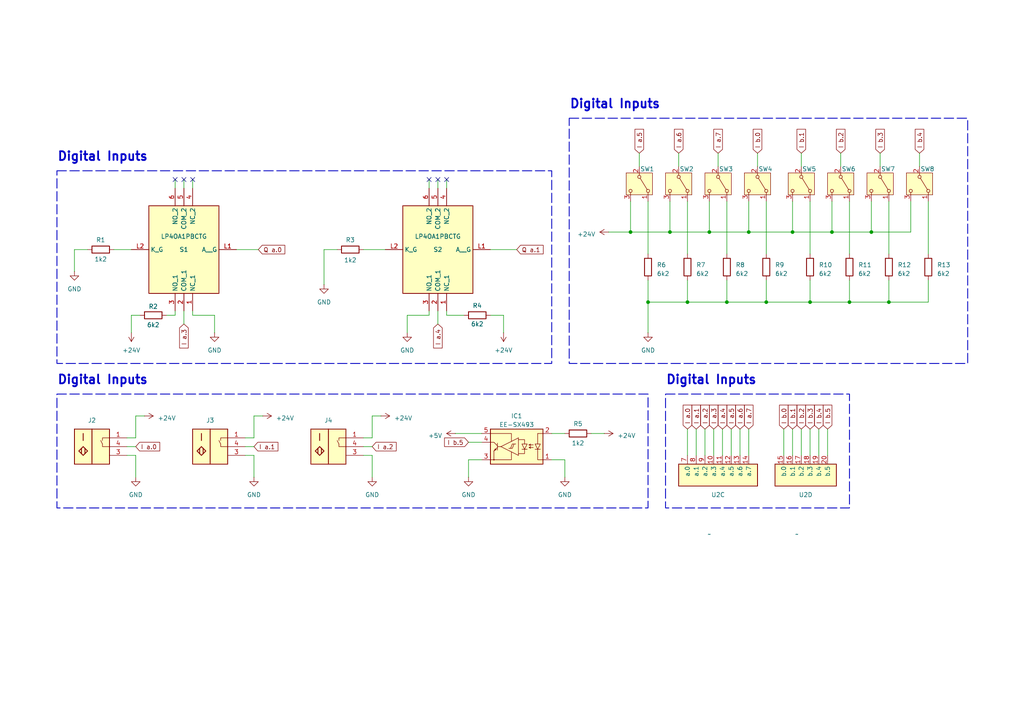
<source format=kicad_sch>
(kicad_sch
	(version 20231120)
	(generator "eeschema")
	(generator_version "8.0")
	(uuid "d37f93c2-2728-448f-8f70-de1d87ab4b93")
	(paper "A4")
	(title_block
		(title "PLC Shield")
		(date "2023-12-25")
		(rev "1")
	)
	(lib_symbols
		(symbol "Device:R"
			(pin_numbers hide)
			(pin_names
				(offset 0)
			)
			(exclude_from_sim no)
			(in_bom yes)
			(on_board yes)
			(property "Reference" "R"
				(at 2.032 0 90)
				(effects
					(font
						(size 1.27 1.27)
					)
				)
			)
			(property "Value" "R"
				(at 0 0 90)
				(effects
					(font
						(size 1.27 1.27)
					)
				)
			)
			(property "Footprint" ""
				(at -1.778 0 90)
				(effects
					(font
						(size 1.27 1.27)
					)
					(hide yes)
				)
			)
			(property "Datasheet" "~"
				(at 0 0 0)
				(effects
					(font
						(size 1.27 1.27)
					)
					(hide yes)
				)
			)
			(property "Description" "Resistor"
				(at 0 0 0)
				(effects
					(font
						(size 1.27 1.27)
					)
					(hide yes)
				)
			)
			(property "ki_keywords" "R res resistor"
				(at 0 0 0)
				(effects
					(font
						(size 1.27 1.27)
					)
					(hide yes)
				)
			)
			(property "ki_fp_filters" "R_*"
				(at 0 0 0)
				(effects
					(font
						(size 1.27 1.27)
					)
					(hide yes)
				)
			)
			(symbol "R_0_1"
				(rectangle
					(start -1.016 -2.54)
					(end 1.016 2.54)
					(stroke
						(width 0.254)
						(type default)
					)
					(fill
						(type none)
					)
				)
			)
			(symbol "R_1_1"
				(pin passive line
					(at 0 3.81 270)
					(length 1.27)
					(name "~"
						(effects
							(font
								(size 1.27 1.27)
							)
						)
					)
					(number "1"
						(effects
							(font
								(size 1.27 1.27)
							)
						)
					)
				)
				(pin passive line
					(at 0 -3.81 90)
					(length 1.27)
					(name "~"
						(effects
							(font
								(size 1.27 1.27)
							)
						)
					)
					(number "2"
						(effects
							(font
								(size 1.27 1.27)
							)
						)
					)
				)
			)
		)
		(symbol "EE-SX493:EE-SX493"
			(exclude_from_sim no)
			(in_bom yes)
			(on_board yes)
			(property "Reference" "IC"
				(at -0.762 10.16 0)
				(effects
					(font
						(size 1.27 1.27)
					)
					(justify left top)
				)
			)
			(property "Value" "EE-SX493"
				(at -4.572 8.128 0)
				(effects
					(font
						(size 1.27 1.27)
					)
					(justify left top)
				)
			)
			(property "Footprint" "EESX493"
				(at 16.51 -94.92 0)
				(effects
					(font
						(size 1.27 1.27)
					)
					(justify left top)
					(hide yes)
				)
			)
			(property "Datasheet" ""
				(at 16.51 -194.92 0)
				(effects
					(font
						(size 1.27 1.27)
					)
					(justify left top)
					(hide yes)
				)
			)
			(property "Description" "Optical Switches, Transmissive, Photo IC Output 2MM OPTO SENSOR SLOT TYPE"
				(at 0 0 0)
				(effects
					(font
						(size 1.27 1.27)
					)
					(hide yes)
				)
			)
			(property "Height" "9.88"
				(at 16.51 -394.92 0)
				(effects
					(font
						(size 1.27 1.27)
					)
					(justify left top)
					(hide yes)
				)
			)
			(property "TME Electronic Components Part Number" ""
				(at 16.51 -494.92 0)
				(effects
					(font
						(size 1.27 1.27)
					)
					(justify left top)
					(hide yes)
				)
			)
			(property "TME Electronic Components Price/Stock" ""
				(at 16.51 -594.92 0)
				(effects
					(font
						(size 1.27 1.27)
					)
					(justify left top)
					(hide yes)
				)
			)
			(property "Manufacturer_Name" "Omron Electronics"
				(at 16.51 -694.92 0)
				(effects
					(font
						(size 1.27 1.27)
					)
					(justify left top)
					(hide yes)
				)
			)
			(property "Manufacturer_Part_Number" "EE-SX493"
				(at 16.51 -794.92 0)
				(effects
					(font
						(size 1.27 1.27)
					)
					(justify left top)
					(hide yes)
				)
			)
			(symbol "EE-SX493_0_1"
				(polyline
					(pts
						(xy -7.62 -3.81) (xy -6.096 -3.81)
					)
					(stroke
						(width 0)
						(type default)
					)
					(fill
						(type none)
					)
				)
				(polyline
					(pts
						(xy -7.62 3.81) (xy -6.096 3.81)
					)
					(stroke
						(width 0)
						(type default)
					)
					(fill
						(type none)
					)
				)
				(polyline
					(pts
						(xy -6.096 -0.762) (xy -6.096 -3.81)
					)
					(stroke
						(width 0)
						(type default)
					)
					(fill
						(type none)
					)
				)
				(polyline
					(pts
						(xy -6.096 3.81) (xy -6.096 0.762)
					)
					(stroke
						(width 0)
						(type default)
					)
					(fill
						(type none)
					)
				)
				(polyline
					(pts
						(xy -0.508 -2.54) (xy 4.572 0)
					)
					(stroke
						(width 0)
						(type default)
					)
					(fill
						(type none)
					)
				)
				(polyline
					(pts
						(xy -0.508 2.54) (xy -0.508 -2.54)
					)
					(stroke
						(width 0)
						(type default)
					)
					(fill
						(type none)
					)
				)
				(polyline
					(pts
						(xy -0.508 2.54) (xy 4.572 0)
					)
					(stroke
						(width 0)
						(type default)
					)
					(fill
						(type none)
					)
				)
				(polyline
					(pts
						(xy 4.572 0) (xy 5.588 0)
					)
					(stroke
						(width 0)
						(type default)
					)
					(fill
						(type none)
					)
				)
				(polyline
					(pts
						(xy 5.588 -0.254) (xy 6.604 -1.27)
					)
					(stroke
						(width 0)
						(type default)
					)
					(fill
						(type none)
					)
				)
				(polyline
					(pts
						(xy 5.588 0.254) (xy 6.604 1.27)
					)
					(stroke
						(width 0)
						(type default)
					)
					(fill
						(type none)
					)
				)
				(polyline
					(pts
						(xy 6.604 -1.27) (xy 6.604 -3.81)
					)
					(stroke
						(width 0)
						(type default)
					)
					(fill
						(type none)
					)
				)
				(polyline
					(pts
						(xy 6.604 1.27) (xy 7.62 1.27)
					)
					(stroke
						(width 0)
						(type default)
					)
					(fill
						(type none)
					)
				)
				(polyline
					(pts
						(xy -6.858 -0.762) (xy -5.334 -0.762) (xy -5.334 -0.762)
					)
					(stroke
						(width 0)
						(type default)
					)
					(fill
						(type none)
					)
				)
				(polyline
					(pts
						(xy -4.826 0.508) (xy -3.556 0.508) (xy -4.064 0.508)
					)
					(stroke
						(width 0)
						(type default)
					)
					(fill
						(type none)
					)
				)
				(polyline
					(pts
						(xy -3.048 -0.762) (xy -1.524 -0.762) (xy -1.524 -0.762)
					)
					(stroke
						(width 0)
						(type default)
					)
					(fill
						(type none)
					)
				)
				(polyline
					(pts
						(xy -2.286 -0.762) (xy -2.286 -2.032) (xy -0.508 -2.032)
					)
					(stroke
						(width 0)
						(type default)
					)
					(fill
						(type none)
					)
				)
				(polyline
					(pts
						(xy -2.286 0.762) (xy -2.286 2.032) (xy -0.508 2.032)
					)
					(stroke
						(width 0)
						(type default)
					)
					(fill
						(type none)
					)
				)
				(polyline
					(pts
						(xy 1.524 -1.524) (xy 1.524 -3.81) (xy 7.62 -3.81)
					)
					(stroke
						(width 0)
						(type default)
					)
					(fill
						(type none)
					)
				)
				(polyline
					(pts
						(xy 1.524 1.524) (xy 1.524 3.81) (xy 7.62 3.81)
					)
					(stroke
						(width 0)
						(type default)
					)
					(fill
						(type none)
					)
				)
				(polyline
					(pts
						(xy 5.588 1.016) (xy 5.588 -1.016) (xy 5.588 0.508)
					)
					(stroke
						(width 0)
						(type default)
					)
					(fill
						(type none)
					)
				)
				(polyline
					(pts
						(xy 5.969 -0.889) (xy 6.223 -0.635) (xy 6.223 -0.762)
					)
					(stroke
						(width 0)
						(type default)
					)
					(fill
						(type none)
					)
				)
				(polyline
					(pts
						(xy -6.096 -0.762) (xy -6.858 0.762) (xy -5.334 0.762) (xy -6.096 -0.762)
					)
					(stroke
						(width 0)
						(type default)
					)
					(fill
						(type none)
					)
				)
				(polyline
					(pts
						(xy -2.286 -0.762) (xy -3.048 0.762) (xy -1.524 0.762) (xy -2.286 -0.762)
					)
					(stroke
						(width 0)
						(type default)
					)
					(fill
						(type none)
					)
				)
				(polyline
					(pts
						(xy -3.556 0.508) (xy -4.064 0.762) (xy -3.556 0.508) (xy -4.064 0.254) (xy -3.556 0.508)
					)
					(stroke
						(width 0)
						(type default)
					)
					(fill
						(type none)
					)
				)
				(polyline
					(pts
						(xy 6.477 -1.143) (xy 6.223 -0.635) (xy 6.477 -1.143) (xy 5.969 -0.889) (xy 6.477 -1.143)
					)
					(stroke
						(width 0)
						(type default)
					)
					(fill
						(type none)
					)
				)
				(polyline
					(pts
						(xy -4.826 -0.254) (xy -3.556 -0.254) (xy -4.064 0) (xy -3.556 -0.254) (xy -4.064 -0.508) (xy -3.556 -0.254)
					)
					(stroke
						(width 0)
						(type default)
					)
					(fill
						(type none)
					)
				)
				(polyline
					(pts
						(xy 0.254 0.762) (xy 1.27 0.762) (xy 1.778 -0.508) (xy 2.286 -0.508) (xy 1.27 -0.508) (xy 0.762 0.762)
					)
					(stroke
						(width 0)
						(type default)
					)
					(fill
						(type none)
					)
				)
				(circle
					(center 6.604 -3.81)
					(radius 0.127)
					(stroke
						(width 0)
						(type default)
					)
					(fill
						(type outline)
					)
				)
			)
			(symbol "EE-SX493_1_1"
				(rectangle
					(start -7.62 5.08)
					(end 7.62 -5.08)
					(stroke
						(width 0.254)
						(type default)
					)
					(fill
						(type background)
					)
				)
				(pin input line
					(at -10.16 -3.81 0)
					(length 2.54)
					(name "~"
						(effects
							(font
								(size 1.27 1.27)
							)
						)
					)
					(number "1"
						(effects
							(font
								(size 1.27 1.27)
							)
						)
					)
				)
				(pin input line
					(at -10.16 3.81 0)
					(length 2.54)
					(name "~"
						(effects
							(font
								(size 1.27 1.27)
							)
						)
					)
					(number "2"
						(effects
							(font
								(size 1.27 1.27)
							)
						)
					)
				)
				(pin power_in line
					(at 10.16 -3.81 180)
					(length 2.54)
					(name "~"
						(effects
							(font
								(size 1.27 1.27)
							)
						)
					)
					(number "3"
						(effects
							(font
								(size 1.27 1.27)
							)
						)
					)
				)
				(pin output line
					(at 10.16 1.27 180)
					(length 2.54)
					(name "~"
						(effects
							(font
								(size 1.27 1.27)
							)
						)
					)
					(number "4"
						(effects
							(font
								(size 1.27 1.27)
							)
						)
					)
				)
				(pin power_in line
					(at 10.16 3.81 180)
					(length 2.54)
					(name "~"
						(effects
							(font
								(size 1.27 1.27)
							)
						)
					)
					(number "5"
						(effects
							(font
								(size 1.27 1.27)
							)
						)
					)
				)
			)
		)
		(symbol "LP4OA1PBCTG:LP4OA1PBCTG"
			(exclude_from_sim no)
			(in_bom yes)
			(on_board yes)
			(property "Reference" "S"
				(at 26.67 17.78 0)
				(effects
					(font
						(size 1.27 1.27)
					)
					(justify left top)
				)
			)
			(property "Value" "LP4OA1PBCTG"
				(at 26.67 15.24 0)
				(effects
					(font
						(size 1.27 1.27)
					)
					(justify left top)
				)
			)
			(property "Footprint" "LP4OA1PBCTG"
				(at 26.67 -84.76 0)
				(effects
					(font
						(size 1.27 1.27)
					)
					(justify left top)
					(hide yes)
				)
			)
			(property "Datasheet" "https://configured-product-images.s3.amazonaws.com/2D/specs/LP4OA1PBCTG.pdf"
				(at 26.67 -184.76 0)
				(effects
					(font
						(size 1.27 1.27)
					)
					(justify left top)
					(hide yes)
				)
			)
			(property "Description" "PUSHBUTTON, 100mA 30VDC, DPDT On-(On), Through Hole PC Pin"
				(at 0 0 0)
				(effects
					(font
						(size 1.27 1.27)
					)
					(hide yes)
				)
			)
			(property "Height" "19.95"
				(at 26.67 -384.76 0)
				(effects
					(font
						(size 1.27 1.27)
					)
					(justify left top)
					(hide yes)
				)
			)
			(property "TME Electronic Components Part Number" ""
				(at 26.67 -484.76 0)
				(effects
					(font
						(size 1.27 1.27)
					)
					(justify left top)
					(hide yes)
				)
			)
			(property "TME Electronic Components Price/Stock" ""
				(at 26.67 -584.76 0)
				(effects
					(font
						(size 1.27 1.27)
					)
					(justify left top)
					(hide yes)
				)
			)
			(property "Manufacturer_Name" "E-Switch"
				(at 26.67 -684.76 0)
				(effects
					(font
						(size 1.27 1.27)
					)
					(justify left top)
					(hide yes)
				)
			)
			(property "Manufacturer_Part_Number" "LP4OA1PBCTG"
				(at 26.67 -784.76 0)
				(effects
					(font
						(size 1.27 1.27)
					)
					(justify left top)
					(hide yes)
				)
			)
			(symbol "LP4OA1PBCTG_1_1"
				(rectangle
					(start 5.08 12.7)
					(end 25.4 -12.7)
					(stroke
						(width 0.254)
						(type default)
					)
					(fill
						(type background)
					)
				)
				(pin passive line
					(at 17.78 17.78 270)
					(length 5.08)
					(name "NC_1"
						(effects
							(font
								(size 1.27 1.27)
							)
						)
					)
					(number "1"
						(effects
							(font
								(size 1.27 1.27)
							)
						)
					)
				)
				(pin passive line
					(at 15.24 17.78 270)
					(length 5.08)
					(name "COM_1"
						(effects
							(font
								(size 1.27 1.27)
							)
						)
					)
					(number "2"
						(effects
							(font
								(size 1.27 1.27)
							)
						)
					)
				)
				(pin passive line
					(at 12.7 17.78 270)
					(length 5.08)
					(name "NO_1"
						(effects
							(font
								(size 1.27 1.27)
							)
						)
					)
					(number "3"
						(effects
							(font
								(size 1.27 1.27)
							)
						)
					)
				)
				(pin passive line
					(at 17.78 -17.78 90)
					(length 5.08)
					(name "NC_2"
						(effects
							(font
								(size 1.27 1.27)
							)
						)
					)
					(number "4"
						(effects
							(font
								(size 1.27 1.27)
							)
						)
					)
				)
				(pin passive line
					(at 15.24 -17.78 90)
					(length 5.08)
					(name "COM_2"
						(effects
							(font
								(size 1.27 1.27)
							)
						)
					)
					(number "5"
						(effects
							(font
								(size 1.27 1.27)
							)
						)
					)
				)
				(pin passive line
					(at 12.7 -17.78 90)
					(length 5.08)
					(name "NO_2"
						(effects
							(font
								(size 1.27 1.27)
							)
						)
					)
					(number "6"
						(effects
							(font
								(size 1.27 1.27)
							)
						)
					)
				)
				(pin passive line
					(at 30.48 0 180)
					(length 5.08)
					(name "A__G"
						(effects
							(font
								(size 1.27 1.27)
							)
						)
					)
					(number "L1"
						(effects
							(font
								(size 1.27 1.27)
							)
						)
					)
				)
				(pin passive line
					(at 0 0 0)
					(length 5.08)
					(name "K_G"
						(effects
							(font
								(size 1.27 1.27)
							)
						)
					)
					(number "L2"
						(effects
							(font
								(size 1.27 1.27)
							)
						)
					)
				)
			)
		)
		(symbol "PLC-1200:S7-1200"
			(exclude_from_sim no)
			(in_bom yes)
			(on_board yes)
			(property "Reference" "U"
				(at 11.43 0 0)
				(effects
					(font
						(size 1.27 1.27)
					)
				)
			)
			(property "Value" ""
				(at 3.81 -1.905 90)
				(effects
					(font
						(size 1.27 1.27)
					)
				)
			)
			(property "Footprint" ""
				(at 3.81 -1.905 90)
				(effects
					(font
						(size 1.27 1.27)
					)
					(hide yes)
				)
			)
			(property "Datasheet" ""
				(at 3.81 -1.905 90)
				(effects
					(font
						(size 1.27 1.27)
					)
					(hide yes)
				)
			)
			(property "Description" ""
				(at 0 0 0)
				(effects
					(font
						(size 1.27 1.27)
					)
					(hide yes)
				)
			)
			(property "ki_locked" ""
				(at 0 0 0)
				(effects
					(font
						(size 1.27 1.27)
					)
				)
			)
			(symbol "S7-1200_1_1"
				(rectangle
					(start -5.08 5.08)
					(end 5.08 -5.08)
					(stroke
						(width 0.254)
						(type default)
					)
					(fill
						(type background)
					)
				)
				(polyline
					(pts
						(xy -4.318 -1.778) (xy -2.794 -1.778)
					)
					(stroke
						(width 0)
						(type default)
					)
					(fill
						(type none)
					)
				)
				(polyline
					(pts
						(xy -4.064 -2.032) (xy -3.048 -2.032)
					)
					(stroke
						(width 0)
						(type default)
					)
					(fill
						(type none)
					)
				)
				(polyline
					(pts
						(xy -3.81 -2.286) (xy -3.302 -2.286)
					)
					(stroke
						(width 0)
						(type default)
					)
					(fill
						(type none)
					)
				)
				(polyline
					(pts
						(xy -3.556 -1.27) (xy -3.556 -1.778)
					)
					(stroke
						(width 0)
						(type default)
					)
					(fill
						(type none)
					)
				)
				(text "IN"
					(at 0 -0.635 900)
					(effects
						(font
							(size 1.27 1.27)
						)
					)
				)
				(text "OUT"
					(at 2.54 -0.635 900)
					(effects
						(font
							(size 1.27 1.27)
						)
					)
				)
				(pin power_in line
					(at 0 7.62 270)
					(length 2.54)
					(name "L+"
						(effects
							(font
								(size 1.27 1.27)
							)
						)
					)
					(number "1"
						(effects
							(font
								(size 1.27 1.27)
							)
						)
					)
				)
				(pin power_in line
					(at 0 -7.62 90)
					(length 2.54)
					(name "M"
						(effects
							(font
								(size 1.27 1.27)
							)
						)
					)
					(number "2"
						(effects
							(font
								(size 1.27 1.27)
							)
						)
					)
				)
				(pin power_in line
					(at -7.62 0 0)
					(length 2.54)
					(name "PE"
						(effects
							(font
								(size 1.27 1.27)
							)
						)
					)
					(number "3"
						(effects
							(font
								(size 1.27 1.27)
							)
						)
					)
				)
				(pin power_out line
					(at 2.54 7.62 270)
					(length 2.54)
					(name "L+"
						(effects
							(font
								(size 1.27 1.27)
							)
						)
					)
					(number "4"
						(effects
							(font
								(size 1.27 1.27)
							)
						)
					)
				)
				(pin power_out line
					(at 2.54 -7.62 90)
					(length 2.54)
					(name "M"
						(effects
							(font
								(size 1.27 1.27)
							)
						)
					)
					(number "5"
						(effects
							(font
								(size 1.27 1.27)
							)
						)
					)
				)
			)
			(symbol "S7-1200_2_1"
				(rectangle
					(start -5.08 6.35)
					(end 6.35 -6.35)
					(stroke
						(width 0.254)
						(type default)
					)
					(fill
						(type background)
					)
				)
				(text "AI"
					(at 0 -1.27 0)
					(effects
						(font
							(size 1.27 1.27)
						)
					)
				)
				(text "AQ"
					(at 0 1.27 0)
					(effects
						(font
							(size 1.27 1.27)
						)
					)
				)
				(text "DI"
					(at 0 3.81 0)
					(effects
						(font
							(size 1.27 1.27)
						)
					)
				)
				(text "DQ"
					(at 0 -3.81 0)
					(effects
						(font
							(size 1.27 1.27)
						)
					)
				)
				(pin power_in line
					(at -7.62 1.27 0)
					(length 2.54)
					(name "2M"
						(effects
							(font
								(size 1.27 1.27)
							)
						)
					)
					(number "21"
						(effects
							(font
								(size 1.27 1.27)
							)
						)
					)
				)
				(pin power_in line
					(at -7.62 -1.27 0)
					(length 2.54)
					(name "3M"
						(effects
							(font
								(size 1.27 1.27)
							)
						)
					)
					(number "24"
						(effects
							(font
								(size 1.27 1.27)
							)
						)
					)
				)
				(pin power_in line
					(at -7.62 -3.81 0)
					(length 2.54)
					(name "4M"
						(effects
							(font
								(size 1.27 1.27)
							)
						)
					)
					(number "37"
						(effects
							(font
								(size 1.27 1.27)
							)
						)
					)
				)
				(pin power_in line
					(at 8.89 -3.81 180)
					(length 2.54)
					(name "4L+"
						(effects
							(font
								(size 1.27 1.27)
							)
						)
					)
					(number "38"
						(effects
							(font
								(size 1.27 1.27)
							)
						)
					)
				)
				(pin power_in line
					(at -7.62 3.81 0)
					(length 2.54)
					(name "1M"
						(effects
							(font
								(size 1.27 1.27)
							)
						)
					)
					(number "6"
						(effects
							(font
								(size 1.27 1.27)
							)
						)
					)
				)
			)
			(symbol "S7-1200_3_1"
				(rectangle
					(start -2.54 11.43)
					(end 3.81 -11.43)
					(stroke
						(width 0.254)
						(type default)
					)
					(fill
						(type background)
					)
				)
				(pin input line
					(at -5.08 -1.27 0)
					(length 2.54)
					(name "a.3"
						(effects
							(font
								(size 1.27 1.27)
							)
						)
					)
					(number "10"
						(effects
							(font
								(size 1.27 1.27)
							)
						)
					)
				)
				(pin input line
					(at -5.08 1.27 0)
					(length 2.54)
					(name "a.4"
						(effects
							(font
								(size 1.27 1.27)
							)
						)
					)
					(number "11"
						(effects
							(font
								(size 1.27 1.27)
							)
						)
					)
				)
				(pin input line
					(at -5.08 3.81 0)
					(length 2.54)
					(name "a.5"
						(effects
							(font
								(size 1.27 1.27)
							)
						)
					)
					(number "12"
						(effects
							(font
								(size 1.27 1.27)
							)
						)
					)
				)
				(pin input line
					(at -5.08 6.35 0)
					(length 2.54)
					(name "a.6"
						(effects
							(font
								(size 1.27 1.27)
							)
						)
					)
					(number "13"
						(effects
							(font
								(size 1.27 1.27)
							)
						)
					)
				)
				(pin input line
					(at -5.08 8.89 0)
					(length 2.54)
					(name "a.7"
						(effects
							(font
								(size 1.27 1.27)
							)
						)
					)
					(number "14"
						(effects
							(font
								(size 1.27 1.27)
							)
						)
					)
				)
				(pin input line
					(at -5.08 -8.89 0)
					(length 2.54)
					(name "a.0"
						(effects
							(font
								(size 1.27 1.27)
							)
						)
					)
					(number "7"
						(effects
							(font
								(size 1.27 1.27)
							)
						)
					)
				)
				(pin input line
					(at -5.08 -6.35 0)
					(length 2.54)
					(name "a.1"
						(effects
							(font
								(size 1.27 1.27)
							)
						)
					)
					(number "8"
						(effects
							(font
								(size 1.27 1.27)
							)
						)
					)
				)
				(pin input line
					(at -5.08 -3.81 0)
					(length 2.54)
					(name "a.2"
						(effects
							(font
								(size 1.27 1.27)
							)
						)
					)
					(number "9"
						(effects
							(font
								(size 1.27 1.27)
							)
						)
					)
				)
			)
			(symbol "S7-1200_4_1"
				(rectangle
					(start -2.54 8.89)
					(end 3.81 -8.89)
					(stroke
						(width 0.254)
						(type default)
					)
					(fill
						(type background)
					)
				)
				(pin input line
					(at -5.08 -6.35 0)
					(length 2.54)
					(name "b.0"
						(effects
							(font
								(size 1.27 1.27)
							)
						)
					)
					(number "15"
						(effects
							(font
								(size 1.27 1.27)
							)
						)
					)
				)
				(pin input line
					(at -5.08 -3.81 0)
					(length 2.54)
					(name "b.1"
						(effects
							(font
								(size 1.27 1.27)
							)
						)
					)
					(number "16"
						(effects
							(font
								(size 1.27 1.27)
							)
						)
					)
				)
				(pin input line
					(at -5.08 -1.27 0)
					(length 2.54)
					(name "b.2"
						(effects
							(font
								(size 1.27 1.27)
							)
						)
					)
					(number "17"
						(effects
							(font
								(size 1.27 1.27)
							)
						)
					)
				)
				(pin input line
					(at -5.08 1.27 0)
					(length 2.54)
					(name "b.3"
						(effects
							(font
								(size 1.27 1.27)
							)
						)
					)
					(number "18"
						(effects
							(font
								(size 1.27 1.27)
							)
						)
					)
				)
				(pin input line
					(at -5.08 3.81 0)
					(length 2.54)
					(name "b.4"
						(effects
							(font
								(size 1.27 1.27)
							)
						)
					)
					(number "19"
						(effects
							(font
								(size 1.27 1.27)
							)
						)
					)
				)
				(pin input line
					(at -5.08 6.35 0)
					(length 2.54)
					(name "b.5"
						(effects
							(font
								(size 1.27 1.27)
							)
						)
					)
					(number "20"
						(effects
							(font
								(size 1.27 1.27)
							)
						)
					)
				)
			)
			(symbol "S7-1200_5_1"
				(rectangle
					(start -2.54 11.43)
					(end 3.81 -11.43)
					(stroke
						(width 0.254)
						(type default)
					)
					(fill
						(type background)
					)
				)
				(pin output line
					(at -5.08 -8.89 0)
					(length 2.54)
					(name "a.7"
						(effects
							(font
								(size 1.27 1.27)
							)
						)
					)
					(number "29"
						(effects
							(font
								(size 1.27 1.27)
							)
						)
					)
				)
				(pin output line
					(at -5.08 -6.35 0)
					(length 2.54)
					(name "a.6"
						(effects
							(font
								(size 1.27 1.27)
							)
						)
					)
					(number "30"
						(effects
							(font
								(size 1.27 1.27)
							)
						)
					)
				)
				(pin output line
					(at -5.08 -3.81 0)
					(length 2.54)
					(name "a.5"
						(effects
							(font
								(size 1.27 1.27)
							)
						)
					)
					(number "31"
						(effects
							(font
								(size 1.27 1.27)
							)
						)
					)
				)
				(pin output line
					(at -5.08 -1.27 0)
					(length 2.54)
					(name "a.4"
						(effects
							(font
								(size 1.27 1.27)
							)
						)
					)
					(number "32"
						(effects
							(font
								(size 1.27 1.27)
							)
						)
					)
				)
				(pin output line
					(at -5.08 1.27 0)
					(length 2.54)
					(name "a.3"
						(effects
							(font
								(size 1.27 1.27)
							)
						)
					)
					(number "33"
						(effects
							(font
								(size 1.27 1.27)
							)
						)
					)
				)
				(pin output line
					(at -5.08 3.81 0)
					(length 2.54)
					(name "a.2"
						(effects
							(font
								(size 1.27 1.27)
							)
						)
					)
					(number "34"
						(effects
							(font
								(size 1.27 1.27)
							)
						)
					)
				)
				(pin output line
					(at -5.08 6.35 0)
					(length 2.54)
					(name "a.1"
						(effects
							(font
								(size 1.27 1.27)
							)
						)
					)
					(number "35"
						(effects
							(font
								(size 1.27 1.27)
							)
						)
					)
				)
				(pin output line
					(at -5.08 8.89 0)
					(length 2.54)
					(name "a.0"
						(effects
							(font
								(size 1.27 1.27)
							)
						)
					)
					(number "36"
						(effects
							(font
								(size 1.27 1.27)
							)
						)
					)
				)
			)
			(symbol "S7-1200_6_1"
				(rectangle
					(start -2.54 3.81)
					(end 3.81 -3.81)
					(stroke
						(width 0.254)
						(type default)
					)
					(fill
						(type background)
					)
				)
				(pin output line
					(at -5.08 -1.27 0)
					(length 2.54)
					(name "b.1"
						(effects
							(font
								(size 1.27 1.27)
							)
						)
					)
					(number "27"
						(effects
							(font
								(size 1.27 1.27)
							)
						)
					)
				)
				(pin output line
					(at -5.08 1.27 0)
					(length 2.54)
					(name "b.0"
						(effects
							(font
								(size 1.27 1.27)
							)
						)
					)
					(number "28"
						(effects
							(font
								(size 1.27 1.27)
							)
						)
					)
				)
			)
			(symbol "S7-1200_7_1"
				(rectangle
					(start -2.54 3.81)
					(end 3.81 -3.81)
					(stroke
						(width 0.254)
						(type default)
					)
					(fill
						(type background)
					)
				)
				(pin input line
					(at -5.08 -1.27 0)
					(length 2.54)
					(name "AI.0"
						(effects
							(font
								(size 1.27 1.27)
							)
						)
					)
					(number "25"
						(effects
							(font
								(size 1.27 1.27)
							)
						)
					)
				)
				(pin input line
					(at -5.08 1.27 0)
					(length 2.54)
					(name "AI.1"
						(effects
							(font
								(size 1.27 1.27)
							)
						)
					)
					(number "26"
						(effects
							(font
								(size 1.27 1.27)
							)
						)
					)
				)
			)
			(symbol "S7-1200_8_1"
				(rectangle
					(start -2.54 3.81)
					(end 3.81 -3.81)
					(stroke
						(width 0.254)
						(type default)
					)
					(fill
						(type background)
					)
				)
				(pin output line
					(at -5.08 1.27 0)
					(length 2.54)
					(name "AQ.0"
						(effects
							(font
								(size 1.27 1.27)
							)
						)
					)
					(number "22"
						(effects
							(font
								(size 1.27 1.27)
							)
						)
					)
				)
				(pin output line
					(at -5.08 -1.27 0)
					(length 2.54)
					(name "AQ.1"
						(effects
							(font
								(size 1.27 1.27)
							)
						)
					)
					(number "23"
						(effects
							(font
								(size 1.27 1.27)
							)
						)
					)
				)
			)
		)
		(symbol "Switch:SW_SPDT"
			(pin_names
				(offset 0) hide)
			(exclude_from_sim no)
			(in_bom yes)
			(on_board yes)
			(property "Reference" "SW"
				(at 0 5.08 0)
				(effects
					(font
						(size 1.27 1.27)
					)
				)
			)
			(property "Value" "SW_SPDT"
				(at 0 -5.08 0)
				(effects
					(font
						(size 1.27 1.27)
					)
				)
			)
			(property "Footprint" ""
				(at 0 0 0)
				(effects
					(font
						(size 1.27 1.27)
					)
					(hide yes)
				)
			)
			(property "Datasheet" "~"
				(at 0 -7.62 0)
				(effects
					(font
						(size 1.27 1.27)
					)
					(hide yes)
				)
			)
			(property "Description" "Switch, single pole double throw"
				(at 0 0 0)
				(effects
					(font
						(size 1.27 1.27)
					)
					(hide yes)
				)
			)
			(property "ki_keywords" "switch single-pole double-throw spdt ON-ON"
				(at 0 0 0)
				(effects
					(font
						(size 1.27 1.27)
					)
					(hide yes)
				)
			)
			(symbol "SW_SPDT_0_1"
				(circle
					(center -2.032 0)
					(radius 0.4572)
					(stroke
						(width 0)
						(type default)
					)
					(fill
						(type none)
					)
				)
				(polyline
					(pts
						(xy -1.651 0.254) (xy 1.651 2.286)
					)
					(stroke
						(width 0)
						(type default)
					)
					(fill
						(type none)
					)
				)
				(circle
					(center 2.032 -2.54)
					(radius 0.4572)
					(stroke
						(width 0)
						(type default)
					)
					(fill
						(type none)
					)
				)
				(circle
					(center 2.032 2.54)
					(radius 0.4572)
					(stroke
						(width 0)
						(type default)
					)
					(fill
						(type none)
					)
				)
			)
			(symbol "SW_SPDT_1_1"
				(rectangle
					(start -3.175 3.81)
					(end 3.175 -3.81)
					(stroke
						(width 0)
						(type default)
					)
					(fill
						(type background)
					)
				)
				(pin passive line
					(at 5.08 2.54 180)
					(length 2.54)
					(name "A"
						(effects
							(font
								(size 1.27 1.27)
							)
						)
					)
					(number "1"
						(effects
							(font
								(size 1.27 1.27)
							)
						)
					)
				)
				(pin passive line
					(at -5.08 0 0)
					(length 2.54)
					(name "B"
						(effects
							(font
								(size 1.27 1.27)
							)
						)
					)
					(number "2"
						(effects
							(font
								(size 1.27 1.27)
							)
						)
					)
				)
				(pin passive line
					(at 5.08 -2.54 180)
					(length 2.54)
					(name "C"
						(effects
							(font
								(size 1.27 1.27)
							)
						)
					)
					(number "3"
						(effects
							(font
								(size 1.27 1.27)
							)
						)
					)
				)
			)
		)
		(symbol "T4145015041-001:T4145015041-001"
			(exclude_from_sim no)
			(in_bom yes)
			(on_board yes)
			(property "Reference" "J"
				(at -0.762 9.652 0)
				(effects
					(font
						(size 1.27 1.27)
					)
					(justify left top)
				)
			)
			(property "Value" "T4145015041-001"
				(at -8.382 7.366 0)
				(effects
					(font
						(size 1.27 1.27)
					)
					(justify left top)
				)
			)
			(property "Footprint" "T4145015051001"
				(at -7.112 13.716 0)
				(effects
					(font
						(size 1.27 1.27)
					)
					(justify left top)
					(hide yes)
				)
			)
			(property "Datasheet" "https://www.te.com/commerce/DocumentDelivery/DDEController?Action=srchrtrv&DocNm=1-1773701-8_M8M12_CONNECTOR_SYSTEM&DocType=Catalog%20Section&DocLang=Japanese&PartCntxt=T4145015041-001&DocFormat=pdf"
				(at -29.21 -7.366 0)
				(effects
					(font
						(size 1.27 1.27)
					)
					(justify left top)
					(hide yes)
				)
			)
			(property "Description" "Body Features: Shell Base Material Brass | Shell Plating Material Nickel | Circular Connector Insulation Material Type Polyamide GF | Configuration Features: Number of Positions 4 | Number of Signal Positions 4 | Number of Power Positions 0 | Contact Features: Circular Connector Contact Type Socket | Reverse Gender No | Housing Features: Circular Connector Shell Size 12 | Industry Standards: UL Flammability Rating UL 94HB | Mechanical Attachment: Mating Alignment Type Keyed | Connector Mounting Type Panel M"
				(at 0 0 0)
				(effects
					(font
						(size 1.27 1.27)
					)
					(hide yes)
				)
			)
			(property "Height" "16"
				(at -0.762 -10.414 0)
				(effects
					(font
						(size 1.27 1.27)
					)
					(justify left top)
					(hide yes)
				)
			)
			(property "TME Electronic Components Part Number" ""
				(at 16.51 -494.92 0)
				(effects
					(font
						(size 1.27 1.27)
					)
					(justify left top)
					(hide yes)
				)
			)
			(property "TME Electronic Components Price/Stock" ""
				(at 16.51 -594.92 0)
				(effects
					(font
						(size 1.27 1.27)
					)
					(justify left top)
					(hide yes)
				)
			)
			(property "Manufacturer_Name" "TE Connectivity"
				(at -5.842 -16.002 0)
				(effects
					(font
						(size 1.27 1.27)
					)
					(justify left top)
					(hide yes)
				)
			)
			(property "Manufacturer_Part_Number" "T4145015041-001"
				(at -7.112 -13.208 0)
				(effects
					(font
						(size 1.27 1.27)
					)
					(justify left top)
					(hide yes)
				)
			)
			(symbol "T4145015041-001_0_1"
				(polyline
					(pts
						(xy -3.048 -0.508) (xy -3.048 -2.032)
					)
					(stroke
						(width 0.254)
						(type default)
					)
					(fill
						(type none)
					)
				)
				(polyline
					(pts
						(xy -2.032 -0.508) (xy -2.032 -2.032)
					)
					(stroke
						(width 0.254)
						(type default)
					)
					(fill
						(type none)
					)
				)
				(polyline
					(pts
						(xy 0 5.08) (xy 0 -5.08)
					)
					(stroke
						(width 0.254)
						(type default)
					)
					(fill
						(type none)
					)
				)
				(polyline
					(pts
						(xy 3.048 0.762) (xy 2.54 1.778)
					)
					(stroke
						(width 0)
						(type default)
					)
					(fill
						(type none)
					)
				)
				(polyline
					(pts
						(xy -2.54 3.81) (xy -2.54 1.778) (xy -2.54 1.778)
					)
					(stroke
						(width 0.254)
						(type default)
					)
					(fill
						(type none)
					)
				)
				(polyline
					(pts
						(xy 5.08 0) (xy 3.048 0) (xy 3.048 0.762)
					)
					(stroke
						(width 0)
						(type default)
					)
					(fill
						(type none)
					)
				)
				(polyline
					(pts
						(xy 5.08 2.54) (xy 3.048 2.54) (xy 3.048 1.778)
					)
					(stroke
						(width 0)
						(type default)
					)
					(fill
						(type none)
					)
				)
				(polyline
					(pts
						(xy -2.54 0) (xy -1.27 -1.27) (xy -2.54 -2.54) (xy -3.81 -1.27) (xy -2.54 0)
					)
					(stroke
						(width 0.254)
						(type default)
					)
					(fill
						(type none)
					)
				)
			)
			(symbol "T4145015041-001_1_1"
				(rectangle
					(start -5.08 5.08)
					(end 5.08 -5.08)
					(stroke
						(width 0.254)
						(type default)
					)
					(fill
						(type background)
					)
				)
				(pin passive line
					(at 10.16 2.54 180)
					(length 5.08)
					(name ""
						(effects
							(font
								(size 1.27 1.27)
							)
						)
					)
					(number "1"
						(effects
							(font
								(size 1.27 1.27)
							)
						)
					)
				)
				(pin passive line
					(at 10.16 -2.54 180)
					(length 5.08)
					(name ""
						(effects
							(font
								(size 1.27 1.27)
							)
						)
					)
					(number "3"
						(effects
							(font
								(size 1.27 1.27)
							)
						)
					)
				)
				(pin passive line
					(at 10.16 0 180)
					(length 5.08)
					(name ""
						(effects
							(font
								(size 1.27 1.27)
							)
						)
					)
					(number "4"
						(effects
							(font
								(size 1.27 1.27)
							)
						)
					)
				)
			)
		)
		(symbol "power:+24V"
			(power)
			(pin_numbers hide)
			(pin_names
				(offset 0) hide)
			(exclude_from_sim no)
			(in_bom yes)
			(on_board yes)
			(property "Reference" "#PWR"
				(at 0 -3.81 0)
				(effects
					(font
						(size 1.27 1.27)
					)
					(hide yes)
				)
			)
			(property "Value" "+24V"
				(at 0 3.556 0)
				(effects
					(font
						(size 1.27 1.27)
					)
				)
			)
			(property "Footprint" ""
				(at 0 0 0)
				(effects
					(font
						(size 1.27 1.27)
					)
					(hide yes)
				)
			)
			(property "Datasheet" ""
				(at 0 0 0)
				(effects
					(font
						(size 1.27 1.27)
					)
					(hide yes)
				)
			)
			(property "Description" "Power symbol creates a global label with name \"+24V\""
				(at 0 0 0)
				(effects
					(font
						(size 1.27 1.27)
					)
					(hide yes)
				)
			)
			(property "ki_keywords" "global power"
				(at 0 0 0)
				(effects
					(font
						(size 1.27 1.27)
					)
					(hide yes)
				)
			)
			(symbol "+24V_0_1"
				(polyline
					(pts
						(xy -0.762 1.27) (xy 0 2.54)
					)
					(stroke
						(width 0)
						(type default)
					)
					(fill
						(type none)
					)
				)
				(polyline
					(pts
						(xy 0 0) (xy 0 2.54)
					)
					(stroke
						(width 0)
						(type default)
					)
					(fill
						(type none)
					)
				)
				(polyline
					(pts
						(xy 0 2.54) (xy 0.762 1.27)
					)
					(stroke
						(width 0)
						(type default)
					)
					(fill
						(type none)
					)
				)
			)
			(symbol "+24V_1_1"
				(pin power_in line
					(at 0 0 90)
					(length 0)
					(name "~"
						(effects
							(font
								(size 1.27 1.27)
							)
						)
					)
					(number "1"
						(effects
							(font
								(size 1.27 1.27)
							)
						)
					)
				)
			)
		)
		(symbol "power:+5V"
			(power)
			(pin_numbers hide)
			(pin_names
				(offset 0) hide)
			(exclude_from_sim no)
			(in_bom yes)
			(on_board yes)
			(property "Reference" "#PWR"
				(at 0 -3.81 0)
				(effects
					(font
						(size 1.27 1.27)
					)
					(hide yes)
				)
			)
			(property "Value" "+5V"
				(at 0 3.556 0)
				(effects
					(font
						(size 1.27 1.27)
					)
				)
			)
			(property "Footprint" ""
				(at 0 0 0)
				(effects
					(font
						(size 1.27 1.27)
					)
					(hide yes)
				)
			)
			(property "Datasheet" ""
				(at 0 0 0)
				(effects
					(font
						(size 1.27 1.27)
					)
					(hide yes)
				)
			)
			(property "Description" "Power symbol creates a global label with name \"+5V\""
				(at 0 0 0)
				(effects
					(font
						(size 1.27 1.27)
					)
					(hide yes)
				)
			)
			(property "ki_keywords" "global power"
				(at 0 0 0)
				(effects
					(font
						(size 1.27 1.27)
					)
					(hide yes)
				)
			)
			(symbol "+5V_0_1"
				(polyline
					(pts
						(xy -0.762 1.27) (xy 0 2.54)
					)
					(stroke
						(width 0)
						(type default)
					)
					(fill
						(type none)
					)
				)
				(polyline
					(pts
						(xy 0 0) (xy 0 2.54)
					)
					(stroke
						(width 0)
						(type default)
					)
					(fill
						(type none)
					)
				)
				(polyline
					(pts
						(xy 0 2.54) (xy 0.762 1.27)
					)
					(stroke
						(width 0)
						(type default)
					)
					(fill
						(type none)
					)
				)
			)
			(symbol "+5V_1_1"
				(pin power_in line
					(at 0 0 90)
					(length 0)
					(name "~"
						(effects
							(font
								(size 1.27 1.27)
							)
						)
					)
					(number "1"
						(effects
							(font
								(size 1.27 1.27)
							)
						)
					)
				)
			)
		)
		(symbol "power:GND"
			(power)
			(pin_numbers hide)
			(pin_names
				(offset 0) hide)
			(exclude_from_sim no)
			(in_bom yes)
			(on_board yes)
			(property "Reference" "#PWR"
				(at 0 -6.35 0)
				(effects
					(font
						(size 1.27 1.27)
					)
					(hide yes)
				)
			)
			(property "Value" "GND"
				(at 0 -3.81 0)
				(effects
					(font
						(size 1.27 1.27)
					)
				)
			)
			(property "Footprint" ""
				(at 0 0 0)
				(effects
					(font
						(size 1.27 1.27)
					)
					(hide yes)
				)
			)
			(property "Datasheet" ""
				(at 0 0 0)
				(effects
					(font
						(size 1.27 1.27)
					)
					(hide yes)
				)
			)
			(property "Description" "Power symbol creates a global label with name \"GND\" , ground"
				(at 0 0 0)
				(effects
					(font
						(size 1.27 1.27)
					)
					(hide yes)
				)
			)
			(property "ki_keywords" "global power"
				(at 0 0 0)
				(effects
					(font
						(size 1.27 1.27)
					)
					(hide yes)
				)
			)
			(symbol "GND_0_1"
				(polyline
					(pts
						(xy 0 0) (xy 0 -1.27) (xy 1.27 -1.27) (xy 0 -2.54) (xy -1.27 -1.27) (xy 0 -1.27)
					)
					(stroke
						(width 0)
						(type default)
					)
					(fill
						(type none)
					)
				)
			)
			(symbol "GND_1_1"
				(pin power_in line
					(at 0 0 270)
					(length 0)
					(name "~"
						(effects
							(font
								(size 1.27 1.27)
							)
						)
					)
					(number "1"
						(effects
							(font
								(size 1.27 1.27)
							)
						)
					)
				)
			)
		)
	)
	(junction
		(at 234.95 87.63)
		(diameter 0)
		(color 0 0 0 0)
		(uuid "1fff76e1-b8f9-4a03-ad17-5359611a7de1")
	)
	(junction
		(at 246.38 87.63)
		(diameter 0)
		(color 0 0 0 0)
		(uuid "2ef86f8c-d028-4b2a-9635-5ee710d3fcb5")
	)
	(junction
		(at 241.3 67.31)
		(diameter 0)
		(color 0 0 0 0)
		(uuid "35201d27-d2e7-41ec-a0b6-3b0387698c60")
	)
	(junction
		(at 205.74 67.31)
		(diameter 0)
		(color 0 0 0 0)
		(uuid "3ae2afba-0f39-4ad3-a26d-ec5cc70372ea")
	)
	(junction
		(at 229.87 67.31)
		(diameter 0)
		(color 0 0 0 0)
		(uuid "425db502-bfac-4d73-8ea3-5d0a861e1998")
	)
	(junction
		(at 222.25 87.63)
		(diameter 0)
		(color 0 0 0 0)
		(uuid "5f5aa724-3a9e-47ec-9526-34ebfb3f0548")
	)
	(junction
		(at 199.39 87.63)
		(diameter 0)
		(color 0 0 0 0)
		(uuid "86177655-28f7-425a-9b66-7b185f3a5351")
	)
	(junction
		(at 194.31 67.31)
		(diameter 0)
		(color 0 0 0 0)
		(uuid "8d68e6ed-b34d-4ad4-8b9e-027a61d2ea76")
	)
	(junction
		(at 217.17 67.31)
		(diameter 0)
		(color 0 0 0 0)
		(uuid "93888fd8-90f0-4274-8158-da6fde7980af")
	)
	(junction
		(at 210.82 87.63)
		(diameter 0)
		(color 0 0 0 0)
		(uuid "cc7efb23-977b-4749-95ef-4cd0be7f5653")
	)
	(junction
		(at 257.81 87.63)
		(diameter 0)
		(color 0 0 0 0)
		(uuid "d6b61034-25e5-4df5-b9a6-34f7bc05c971")
	)
	(junction
		(at 187.96 87.63)
		(diameter 0)
		(color 0 0 0 0)
		(uuid "dc1c60f0-25fd-4835-b283-5bbe8cd64be2")
	)
	(junction
		(at 252.73 67.31)
		(diameter 0)
		(color 0 0 0 0)
		(uuid "e677a50d-c610-4297-b800-49acc258ea59")
	)
	(junction
		(at 182.88 67.31)
		(diameter 0)
		(color 0 0 0 0)
		(uuid "f98b69d4-1d53-4892-aa4e-671dd62ca485")
	)
	(no_connect
		(at 50.8 52.07)
		(uuid "0d570000-8772-4116-9c48-9458eba99db9")
	)
	(no_connect
		(at 129.54 52.07)
		(uuid "2b6889ac-3cde-4dbf-8cf7-402f65dad79e")
	)
	(no_connect
		(at 55.88 52.07)
		(uuid "4fa52714-c857-400b-990b-ae063ef15ab1")
	)
	(no_connect
		(at 124.46 52.07)
		(uuid "54282443-988a-41f3-87ad-2432a2ce65b9")
	)
	(no_connect
		(at 53.34 52.07)
		(uuid "8e5b3b70-64d8-49eb-a026-c07fd57a9543")
	)
	(no_connect
		(at 127 52.07)
		(uuid "e99585b1-3bf0-4840-b389-dc2a2b3a8a67")
	)
	(wire
		(pts
			(xy 246.38 58.42) (xy 246.38 73.66)
		)
		(stroke
			(width 0)
			(type default)
		)
		(uuid "00628233-7432-4acb-b6ce-71ada4c67953")
	)
	(wire
		(pts
			(xy 163.83 133.35) (xy 163.83 138.43)
		)
		(stroke
			(width 0)
			(type default)
		)
		(uuid "0069d3a6-0569-4e8f-a847-e03f8e4fdd86")
	)
	(wire
		(pts
			(xy 118.11 96.52) (xy 118.11 91.44)
		)
		(stroke
			(width 0)
			(type default)
		)
		(uuid "0080873a-e0c9-468c-9d2e-86a30edbb9a2")
	)
	(wire
		(pts
			(xy 204.47 124.46) (xy 204.47 132.08)
		)
		(stroke
			(width 0)
			(type default)
		)
		(uuid "00e4af43-2df7-4729-a181-bd61babcc324")
	)
	(wire
		(pts
			(xy 105.41 132.08) (xy 107.95 132.08)
		)
		(stroke
			(width 0)
			(type default)
		)
		(uuid "0253cb05-2831-446a-a9e5-9a3ba29018d7")
	)
	(wire
		(pts
			(xy 187.96 87.63) (xy 199.39 87.63)
		)
		(stroke
			(width 0)
			(type default)
		)
		(uuid "0493e3b3-bb6e-43b2-a111-1dbda9137d9d")
	)
	(wire
		(pts
			(xy 187.96 81.28) (xy 187.96 87.63)
		)
		(stroke
			(width 0)
			(type default)
		)
		(uuid "049f20bb-bc61-4871-8de3-210109c1c025")
	)
	(wire
		(pts
			(xy 222.25 87.63) (xy 234.95 87.63)
		)
		(stroke
			(width 0)
			(type default)
		)
		(uuid "05a6c7ac-2ab7-40e9-8202-581e12a88a3d")
	)
	(wire
		(pts
			(xy 199.39 124.46) (xy 199.39 132.08)
		)
		(stroke
			(width 0)
			(type default)
		)
		(uuid "06c4c1f7-2a0d-4782-bc07-d5cc90c369ba")
	)
	(wire
		(pts
			(xy 118.11 91.44) (xy 124.46 91.44)
		)
		(stroke
			(width 0)
			(type default)
		)
		(uuid "08677a9f-4baf-4b8c-9cff-8f05254aa980")
	)
	(wire
		(pts
			(xy 187.96 58.42) (xy 187.96 73.66)
		)
		(stroke
			(width 0)
			(type default)
		)
		(uuid "10c4b065-efab-46d1-9a0a-365340f89e3d")
	)
	(wire
		(pts
			(xy 53.34 90.17) (xy 53.34 93.98)
		)
		(stroke
			(width 0)
			(type default)
		)
		(uuid "130ca889-f323-4e39-be10-e39e65a6994c")
	)
	(wire
		(pts
			(xy 21.59 72.39) (xy 25.4 72.39)
		)
		(stroke
			(width 0)
			(type default)
		)
		(uuid "13b6d501-7cec-4f3c-b74e-d9517d4f2cf6")
	)
	(wire
		(pts
			(xy 252.73 67.31) (xy 252.73 58.42)
		)
		(stroke
			(width 0)
			(type default)
		)
		(uuid "18d7b7f4-5182-4b33-be38-4f24afd5de49")
	)
	(wire
		(pts
			(xy 48.26 91.44) (xy 50.8 91.44)
		)
		(stroke
			(width 0)
			(type default)
		)
		(uuid "191b0c05-79e7-4577-bffe-451a1d872e92")
	)
	(wire
		(pts
			(xy 124.46 90.17) (xy 124.46 91.44)
		)
		(stroke
			(width 0)
			(type default)
		)
		(uuid "1b755be5-a14e-4653-bb45-20c07e0dd57a")
	)
	(wire
		(pts
			(xy 68.58 72.39) (xy 74.93 72.39)
		)
		(stroke
			(width 0)
			(type default)
		)
		(uuid "1bbe5d1d-328b-4062-b59f-4de54fc442af")
	)
	(wire
		(pts
			(xy 217.17 124.46) (xy 217.17 132.08)
		)
		(stroke
			(width 0)
			(type default)
		)
		(uuid "1d66338c-ed2e-4746-a4d2-7b6f1d302757")
	)
	(wire
		(pts
			(xy 53.34 52.07) (xy 53.34 54.61)
		)
		(stroke
			(width 0)
			(type default)
		)
		(uuid "1d964ce7-66d4-4437-9e2f-81dfc915f682")
	)
	(wire
		(pts
			(xy 255.27 44.45) (xy 255.27 48.26)
		)
		(stroke
			(width 0)
			(type default)
		)
		(uuid "1dfeffd9-ea59-40c8-add8-f79ea030c629")
	)
	(wire
		(pts
			(xy 135.89 128.27) (xy 139.7 128.27)
		)
		(stroke
			(width 0)
			(type default)
		)
		(uuid "200f594d-b92e-4ce1-b2f6-f9f191ecdac8")
	)
	(wire
		(pts
			(xy 210.82 81.28) (xy 210.82 87.63)
		)
		(stroke
			(width 0)
			(type default)
		)
		(uuid "228fecbe-8710-46b9-9be2-8ac50c7f64e9")
	)
	(wire
		(pts
			(xy 36.83 129.54) (xy 39.37 129.54)
		)
		(stroke
			(width 0)
			(type default)
		)
		(uuid "2499d97d-44c5-453c-adad-201691681463")
	)
	(wire
		(pts
			(xy 129.54 91.44) (xy 134.62 91.44)
		)
		(stroke
			(width 0)
			(type default)
		)
		(uuid "2a989d3a-161a-46eb-a183-22ae5fc3984b")
	)
	(wire
		(pts
			(xy 73.66 120.65) (xy 76.2 120.65)
		)
		(stroke
			(width 0)
			(type default)
		)
		(uuid "2d589c5c-2196-42ca-a17e-f9bd56b65fbd")
	)
	(wire
		(pts
			(xy 194.31 67.31) (xy 205.74 67.31)
		)
		(stroke
			(width 0)
			(type default)
		)
		(uuid "2ee7bdb5-c20b-41f7-8628-9dae2437a5dd")
	)
	(wire
		(pts
			(xy 210.82 87.63) (xy 222.25 87.63)
		)
		(stroke
			(width 0)
			(type default)
		)
		(uuid "2f115852-64b6-49f5-b2fe-00e323070b9d")
	)
	(wire
		(pts
			(xy 105.41 127) (xy 107.95 127)
		)
		(stroke
			(width 0)
			(type default)
		)
		(uuid "2f17ba58-2ad8-4af0-9ea6-94b4729dd571")
	)
	(wire
		(pts
			(xy 243.84 44.45) (xy 243.84 48.26)
		)
		(stroke
			(width 0)
			(type default)
		)
		(uuid "34a4a46c-8be0-40ce-a19b-ab0883155768")
	)
	(wire
		(pts
			(xy 73.66 132.08) (xy 73.66 138.43)
		)
		(stroke
			(width 0)
			(type default)
		)
		(uuid "34c64841-79b5-48d2-bdba-c296b3734858")
	)
	(wire
		(pts
			(xy 217.17 67.31) (xy 217.17 58.42)
		)
		(stroke
			(width 0)
			(type default)
		)
		(uuid "371d287b-7b0c-40c8-ad9c-3446796af2be")
	)
	(wire
		(pts
			(xy 229.87 124.46) (xy 229.87 132.08)
		)
		(stroke
			(width 0)
			(type default)
		)
		(uuid "3b34c64d-0571-40df-ba0a-5382b79c4673")
	)
	(wire
		(pts
			(xy 107.95 132.08) (xy 107.95 138.43)
		)
		(stroke
			(width 0)
			(type default)
		)
		(uuid "3b9708df-42fb-4280-900a-0c385a4d4001")
	)
	(wire
		(pts
			(xy 234.95 124.46) (xy 234.95 132.08)
		)
		(stroke
			(width 0)
			(type default)
		)
		(uuid "3b9a9783-f921-40aa-83e3-07e8a6b06be5")
	)
	(wire
		(pts
			(xy 105.41 129.54) (xy 107.95 129.54)
		)
		(stroke
			(width 0)
			(type default)
		)
		(uuid "3ba78e47-5906-4a75-8ceb-ba9eb0a34ecc")
	)
	(wire
		(pts
			(xy 62.23 96.52) (xy 62.23 91.44)
		)
		(stroke
			(width 0)
			(type default)
		)
		(uuid "3f64f976-e429-48e0-9664-666182eed27d")
	)
	(wire
		(pts
			(xy 194.31 67.31) (xy 194.31 58.42)
		)
		(stroke
			(width 0)
			(type default)
		)
		(uuid "40b0db58-41e3-4929-a4f8-9b577525d356")
	)
	(wire
		(pts
			(xy 234.95 87.63) (xy 246.38 87.63)
		)
		(stroke
			(width 0)
			(type default)
		)
		(uuid "4860097a-8dfe-4f00-99a8-ce4abaa57dac")
	)
	(wire
		(pts
			(xy 21.59 78.74) (xy 21.59 72.39)
		)
		(stroke
			(width 0)
			(type default)
		)
		(uuid "48af5719-6338-47cd-8556-1e570d164ddc")
	)
	(wire
		(pts
			(xy 199.39 87.63) (xy 210.82 87.63)
		)
		(stroke
			(width 0)
			(type default)
		)
		(uuid "511bde5d-7aa0-4a25-b02b-533c20b08384")
	)
	(wire
		(pts
			(xy 257.81 58.42) (xy 257.81 73.66)
		)
		(stroke
			(width 0)
			(type default)
		)
		(uuid "520076b5-9f0b-4788-95c3-cab58f714342")
	)
	(wire
		(pts
			(xy 163.83 125.73) (xy 160.02 125.73)
		)
		(stroke
			(width 0)
			(type default)
		)
		(uuid "547d94ec-764a-44aa-91ad-b46cec03d1d0")
	)
	(wire
		(pts
			(xy 36.83 132.08) (xy 39.37 132.08)
		)
		(stroke
			(width 0)
			(type default)
		)
		(uuid "581ce8b9-989e-4b90-9e88-a6a5a9407695")
	)
	(wire
		(pts
			(xy 209.55 124.46) (xy 209.55 132.08)
		)
		(stroke
			(width 0)
			(type default)
		)
		(uuid "5a06e839-f07a-492d-833b-40f82c9a4e97")
	)
	(wire
		(pts
			(xy 171.45 125.73) (xy 175.26 125.73)
		)
		(stroke
			(width 0)
			(type default)
		)
		(uuid "5a55e2c1-afe1-4ce9-b63e-ec89f209dfcd")
	)
	(wire
		(pts
			(xy 185.42 48.26) (xy 185.42 44.45)
		)
		(stroke
			(width 0)
			(type default)
		)
		(uuid "63f09bda-5798-4269-a57c-06d127265074")
	)
	(wire
		(pts
			(xy 222.25 58.42) (xy 222.25 73.66)
		)
		(stroke
			(width 0)
			(type default)
		)
		(uuid "67d693c9-f341-4d60-982d-0c113b0cc4db")
	)
	(wire
		(pts
			(xy 240.03 124.46) (xy 240.03 132.08)
		)
		(stroke
			(width 0)
			(type default)
		)
		(uuid "68cf16a0-9335-4889-8b91-ab86d71e504c")
	)
	(wire
		(pts
			(xy 107.95 120.65) (xy 110.49 120.65)
		)
		(stroke
			(width 0)
			(type default)
		)
		(uuid "68e1504c-b351-40f4-a86c-6eeb77cb0caa")
	)
	(wire
		(pts
			(xy 105.41 72.39) (xy 111.76 72.39)
		)
		(stroke
			(width 0)
			(type default)
		)
		(uuid "6961b3a5-1b1d-4b31-bbff-e4402610d540")
	)
	(wire
		(pts
			(xy 187.96 87.63) (xy 187.96 96.52)
		)
		(stroke
			(width 0)
			(type default)
		)
		(uuid "715eecee-5d80-471a-8b1c-bd97a28a8379")
	)
	(wire
		(pts
			(xy 93.98 72.39) (xy 93.98 82.55)
		)
		(stroke
			(width 0)
			(type default)
		)
		(uuid "71ce7cc1-ad9e-4074-af91-ecf2ab4aa734")
	)
	(wire
		(pts
			(xy 39.37 120.65) (xy 41.91 120.65)
		)
		(stroke
			(width 0)
			(type default)
		)
		(uuid "729fdcfa-1ed5-4e4d-a928-e21077596817")
	)
	(wire
		(pts
			(xy 73.66 120.65) (xy 73.66 127)
		)
		(stroke
			(width 0)
			(type default)
		)
		(uuid "7477d589-ece1-4374-b9db-1caba7580ce1")
	)
	(wire
		(pts
			(xy 266.7 44.45) (xy 266.7 48.26)
		)
		(stroke
			(width 0)
			(type default)
		)
		(uuid "76dfe1f6-a243-49ac-9865-cf434da2d83e")
	)
	(wire
		(pts
			(xy 257.81 87.63) (xy 269.24 87.63)
		)
		(stroke
			(width 0)
			(type default)
		)
		(uuid "7968a626-cd49-46ef-a213-011709f594f9")
	)
	(wire
		(pts
			(xy 50.8 91.44) (xy 50.8 90.17)
		)
		(stroke
			(width 0)
			(type default)
		)
		(uuid "7b33213d-bae0-42c6-964a-dc28ad4a0968")
	)
	(wire
		(pts
			(xy 246.38 81.28) (xy 246.38 87.63)
		)
		(stroke
			(width 0)
			(type default)
		)
		(uuid "7bf9685d-868f-4107-9fbc-977dbca1434e")
	)
	(wire
		(pts
			(xy 127 52.07) (xy 127 54.61)
		)
		(stroke
			(width 0)
			(type default)
		)
		(uuid "7c668af0-9ff3-4f9c-b848-492e9d5c4e28")
	)
	(wire
		(pts
			(xy 217.17 67.31) (xy 229.87 67.31)
		)
		(stroke
			(width 0)
			(type default)
		)
		(uuid "7d6b9a48-ee4c-4a79-8878-512209c057b3")
	)
	(wire
		(pts
			(xy 139.7 125.73) (xy 132.08 125.73)
		)
		(stroke
			(width 0)
			(type default)
		)
		(uuid "805ee395-4119-40b4-9fa8-553b1b5e8b37")
	)
	(wire
		(pts
			(xy 237.49 124.46) (xy 237.49 132.08)
		)
		(stroke
			(width 0)
			(type default)
		)
		(uuid "8a2a6f41-6211-43ec-aed9-6dc63c27fe75")
	)
	(wire
		(pts
			(xy 269.24 58.42) (xy 269.24 73.66)
		)
		(stroke
			(width 0)
			(type default)
		)
		(uuid "8afd9ff1-2363-4ec7-9596-a482323bdf43")
	)
	(wire
		(pts
			(xy 124.46 52.07) (xy 124.46 54.61)
		)
		(stroke
			(width 0)
			(type default)
		)
		(uuid "8b02a0ef-2266-41c0-ac7d-9103f3b67583")
	)
	(wire
		(pts
			(xy 199.39 81.28) (xy 199.39 87.63)
		)
		(stroke
			(width 0)
			(type default)
		)
		(uuid "8e9115dc-d226-4dc8-9807-1519be3e06ef")
	)
	(wire
		(pts
			(xy 71.12 127) (xy 73.66 127)
		)
		(stroke
			(width 0)
			(type default)
		)
		(uuid "908fef69-c963-471e-8f8e-f21d7ec98946")
	)
	(wire
		(pts
			(xy 196.85 44.45) (xy 196.85 48.26)
		)
		(stroke
			(width 0)
			(type default)
		)
		(uuid "9993ec07-6d2e-4e42-8a1f-9929c166de36")
	)
	(wire
		(pts
			(xy 205.74 67.31) (xy 205.74 58.42)
		)
		(stroke
			(width 0)
			(type default)
		)
		(uuid "9e290839-d502-4b13-a881-bd69c8020eb7")
	)
	(wire
		(pts
			(xy 208.28 44.45) (xy 208.28 48.26)
		)
		(stroke
			(width 0)
			(type default)
		)
		(uuid "9ebf519e-7d10-43ff-817f-3f51e1875329")
	)
	(wire
		(pts
			(xy 232.41 44.45) (xy 232.41 48.26)
		)
		(stroke
			(width 0)
			(type default)
		)
		(uuid "9ed0ba93-7328-4cfe-8328-c1da9d5d6a91")
	)
	(wire
		(pts
			(xy 127 90.17) (xy 127 93.98)
		)
		(stroke
			(width 0)
			(type default)
		)
		(uuid "9ff790fd-2811-41d3-bdb9-bc67262c9f5f")
	)
	(wire
		(pts
			(xy 246.38 87.63) (xy 257.81 87.63)
		)
		(stroke
			(width 0)
			(type default)
		)
		(uuid "a43e57da-1c4a-43f2-ba38-0ac6ca1e86db")
	)
	(wire
		(pts
			(xy 227.33 124.46) (xy 227.33 132.08)
		)
		(stroke
			(width 0)
			(type default)
		)
		(uuid "a44a4402-9e29-4bfc-813d-687edc73aa2c")
	)
	(wire
		(pts
			(xy 212.09 124.46) (xy 212.09 132.08)
		)
		(stroke
			(width 0)
			(type default)
		)
		(uuid "a62ac2bb-5c85-4959-8433-5805a4ed0ee3")
	)
	(wire
		(pts
			(xy 199.39 58.42) (xy 199.39 73.66)
		)
		(stroke
			(width 0)
			(type default)
		)
		(uuid "a7d81bf3-fe20-4fe5-b9f2-c80a2ce4c7ee")
	)
	(wire
		(pts
			(xy 71.12 132.08) (xy 73.66 132.08)
		)
		(stroke
			(width 0)
			(type default)
		)
		(uuid "a8953d06-e0a5-41fd-9e31-e74f2fd20127")
	)
	(wire
		(pts
			(xy 182.88 67.31) (xy 182.88 58.42)
		)
		(stroke
			(width 0)
			(type default)
		)
		(uuid "aa1ef012-785c-4abc-925e-16bec4c3d42e")
	)
	(wire
		(pts
			(xy 55.88 52.07) (xy 55.88 54.61)
		)
		(stroke
			(width 0)
			(type default)
		)
		(uuid "ac666031-fb24-4492-9d09-2c10c2c66e6f")
	)
	(wire
		(pts
			(xy 135.89 133.35) (xy 139.7 133.35)
		)
		(stroke
			(width 0)
			(type default)
		)
		(uuid "aea31a3a-cb78-4ab2-ac13-c26051120240")
	)
	(wire
		(pts
			(xy 229.87 67.31) (xy 241.3 67.31)
		)
		(stroke
			(width 0)
			(type default)
		)
		(uuid "b0282482-1849-4f82-97ef-0c0d2a2b42b3")
	)
	(wire
		(pts
			(xy 55.88 91.44) (xy 55.88 90.17)
		)
		(stroke
			(width 0)
			(type default)
		)
		(uuid "b2d49875-dc85-4fc8-a4e0-f6b4c39ab403")
	)
	(wire
		(pts
			(xy 176.53 67.31) (xy 182.88 67.31)
		)
		(stroke
			(width 0)
			(type default)
		)
		(uuid "b98eb34d-4f40-403d-acb8-a494f8522665")
	)
	(wire
		(pts
			(xy 38.1 91.44) (xy 40.64 91.44)
		)
		(stroke
			(width 0)
			(type default)
		)
		(uuid "be50a259-8f1d-4124-a49e-17c397d46501")
	)
	(wire
		(pts
			(xy 39.37 120.65) (xy 39.37 127)
		)
		(stroke
			(width 0)
			(type default)
		)
		(uuid "beed052e-0eea-4249-8f64-3a66c05723db")
	)
	(wire
		(pts
			(xy 71.12 129.54) (xy 73.66 129.54)
		)
		(stroke
			(width 0)
			(type default)
		)
		(uuid "bfcae93f-72e4-42c2-b0c7-46ba2ed36e0a")
	)
	(wire
		(pts
			(xy 241.3 67.31) (xy 252.73 67.31)
		)
		(stroke
			(width 0)
			(type default)
		)
		(uuid "c1b920f6-dac8-455d-bb26-d2ff63c44942")
	)
	(wire
		(pts
			(xy 142.24 91.44) (xy 146.05 91.44)
		)
		(stroke
			(width 0)
			(type default)
		)
		(uuid "c26d9174-4429-4938-be90-3eb3304b535d")
	)
	(wire
		(pts
			(xy 234.95 81.28) (xy 234.95 87.63)
		)
		(stroke
			(width 0)
			(type default)
		)
		(uuid "c2f96f37-0200-45f8-9df5-c74999c3ee9d")
	)
	(wire
		(pts
			(xy 205.74 67.31) (xy 217.17 67.31)
		)
		(stroke
			(width 0)
			(type default)
		)
		(uuid "c4d8f0a1-9ae0-41a6-9d85-8125a2473578")
	)
	(wire
		(pts
			(xy 146.05 96.52) (xy 146.05 91.44)
		)
		(stroke
			(width 0)
			(type default)
		)
		(uuid "c9092032-a93a-4c9d-8d9b-ecbb0db4603b")
	)
	(wire
		(pts
			(xy 182.88 67.31) (xy 194.31 67.31)
		)
		(stroke
			(width 0)
			(type default)
		)
		(uuid "ca419a29-5a86-449d-9676-010f5cad982d")
	)
	(wire
		(pts
			(xy 135.89 138.43) (xy 135.89 133.35)
		)
		(stroke
			(width 0)
			(type default)
		)
		(uuid "cb52b38f-9aac-45eb-9629-b93f35c73228")
	)
	(wire
		(pts
			(xy 93.98 72.39) (xy 97.79 72.39)
		)
		(stroke
			(width 0)
			(type default)
		)
		(uuid "cd2f0af9-6d29-43a3-8ff1-df88bc34e841")
	)
	(wire
		(pts
			(xy 210.82 58.42) (xy 210.82 73.66)
		)
		(stroke
			(width 0)
			(type default)
		)
		(uuid "cf9c2afd-5907-4231-8b43-567cc2136deb")
	)
	(wire
		(pts
			(xy 234.95 58.42) (xy 234.95 73.66)
		)
		(stroke
			(width 0)
			(type default)
		)
		(uuid "cfac41fb-dad0-4be1-912d-d791a4e846ad")
	)
	(wire
		(pts
			(xy 232.41 132.08) (xy 232.41 124.46)
		)
		(stroke
			(width 0)
			(type default)
		)
		(uuid "d1cee6f3-476a-47cb-9206-5fa4efd4a2d8")
	)
	(wire
		(pts
			(xy 252.73 67.31) (xy 264.16 67.31)
		)
		(stroke
			(width 0)
			(type default)
		)
		(uuid "d42b98d5-ce66-45bc-abf2-d1fea6c60c7e")
	)
	(wire
		(pts
			(xy 229.87 67.31) (xy 229.87 58.42)
		)
		(stroke
			(width 0)
			(type default)
		)
		(uuid "d5ef91f2-0f5b-437d-8bf8-27e43081bce9")
	)
	(wire
		(pts
			(xy 201.93 124.46) (xy 201.93 132.08)
		)
		(stroke
			(width 0)
			(type default)
		)
		(uuid "d80981e4-2e55-4f18-b1dd-8f9a62586dc1")
	)
	(wire
		(pts
			(xy 38.1 96.52) (xy 38.1 91.44)
		)
		(stroke
			(width 0)
			(type default)
		)
		(uuid "d857245c-8c0c-41b1-b6e6-2e44119994c3")
	)
	(wire
		(pts
			(xy 50.8 52.07) (xy 50.8 54.61)
		)
		(stroke
			(width 0)
			(type default)
		)
		(uuid "d97f6dc8-0a73-497c-8b93-5b4caefebd89")
	)
	(wire
		(pts
			(xy 222.25 81.28) (xy 222.25 87.63)
		)
		(stroke
			(width 0)
			(type default)
		)
		(uuid "dbbf398e-c3d1-4230-8653-781522980ca2")
	)
	(wire
		(pts
			(xy 142.24 72.39) (xy 149.86 72.39)
		)
		(stroke
			(width 0)
			(type default)
		)
		(uuid "dec5dab8-2fbd-4117-a880-7e60d2bfd10a")
	)
	(wire
		(pts
			(xy 129.54 52.07) (xy 129.54 54.61)
		)
		(stroke
			(width 0)
			(type default)
		)
		(uuid "e031eff2-d6ec-43af-977f-f731047d7738")
	)
	(wire
		(pts
			(xy 62.23 91.44) (xy 55.88 91.44)
		)
		(stroke
			(width 0)
			(type default)
		)
		(uuid "e0b45e20-f822-44e9-9ff5-aeba5230b16c")
	)
	(wire
		(pts
			(xy 107.95 120.65) (xy 107.95 127)
		)
		(stroke
			(width 0)
			(type default)
		)
		(uuid "e0e15254-d7ad-4acd-8057-712f039ded01")
	)
	(wire
		(pts
			(xy 214.63 124.46) (xy 214.63 132.08)
		)
		(stroke
			(width 0)
			(type default)
		)
		(uuid "e1074a30-d1db-421c-8863-7734da7ea341")
	)
	(wire
		(pts
			(xy 163.83 133.35) (xy 160.02 133.35)
		)
		(stroke
			(width 0)
			(type default)
		)
		(uuid "e3a5d91a-2658-441c-86a3-ff931210198d")
	)
	(wire
		(pts
			(xy 33.02 72.39) (xy 38.1 72.39)
		)
		(stroke
			(width 0)
			(type default)
		)
		(uuid "e4a02419-ad7e-4a5a-b307-5c0ddd2faae6")
	)
	(wire
		(pts
			(xy 269.24 87.63) (xy 269.24 81.28)
		)
		(stroke
			(width 0)
			(type default)
		)
		(uuid "e4a50ca1-4b14-41bc-a086-773a63eb589d")
	)
	(wire
		(pts
			(xy 39.37 132.08) (xy 39.37 138.43)
		)
		(stroke
			(width 0)
			(type default)
		)
		(uuid "e4cd66a9-0772-41e3-b8f0-e39414d69338")
	)
	(wire
		(pts
			(xy 264.16 67.31) (xy 264.16 58.42)
		)
		(stroke
			(width 0)
			(type default)
		)
		(uuid "ec344029-2373-4273-b567-2bf9b901872c")
	)
	(wire
		(pts
			(xy 219.71 44.45) (xy 219.71 48.26)
		)
		(stroke
			(width 0)
			(type default)
		)
		(uuid "f619f5a3-05d8-460a-b44d-805f4a3e4955")
	)
	(wire
		(pts
			(xy 241.3 67.31) (xy 241.3 58.42)
		)
		(stroke
			(width 0)
			(type default)
		)
		(uuid "fcd5ff1e-7f72-4e4e-8806-2a5b4b34fada")
	)
	(wire
		(pts
			(xy 36.83 127) (xy 39.37 127)
		)
		(stroke
			(width 0)
			(type default)
		)
		(uuid "fd4a0630-d967-44df-8ceb-17609146986e")
	)
	(wire
		(pts
			(xy 257.81 81.28) (xy 257.81 87.63)
		)
		(stroke
			(width 0)
			(type default)
		)
		(uuid "fe269212-03de-4c07-bdd3-5cc1e492a1e7")
	)
	(wire
		(pts
			(xy 207.01 124.46) (xy 207.01 132.08)
		)
		(stroke
			(width 0)
			(type default)
		)
		(uuid "feb7481b-4a08-4dfa-8782-7a4eee7112ab")
	)
	(wire
		(pts
			(xy 129.54 91.44) (xy 129.54 90.17)
		)
		(stroke
			(width 0)
			(type default)
		)
		(uuid "fedecb38-1a9b-4b65-b0f8-9c842a7449fe")
	)
	(rectangle
		(start 193.04 114.3)
		(end 246.38 147.32)
		(stroke
			(width 0.25)
			(type dash)
		)
		(fill
			(type none)
		)
		(uuid 5074ef06-7443-4da6-9ed2-18fada6edefe)
	)
	(rectangle
		(start 165.1 34.29)
		(end 280.67 105.41)
		(stroke
			(width 0.25)
			(type dash)
		)
		(fill
			(type none)
		)
		(uuid a947e80e-79dd-46d3-9bbe-176c4c2832f4)
	)
	(rectangle
		(start 16.51 114.3)
		(end 187.96 147.32)
		(stroke
			(width 0.25)
			(type dash)
		)
		(fill
			(type none)
		)
		(uuid c266f524-6c5b-4e5d-a768-0380979910e6)
	)
	(rectangle
		(start 16.51 49.53)
		(end 160.02 105.41)
		(stroke
			(width 0.25)
			(type dash)
		)
		(fill
			(type none)
		)
		(uuid c6a1cb4e-f80b-44fe-849e-75b7ba8ce68d)
	)
	(text "Digital Inputs"
		(exclude_from_sim no)
		(at 193.04 111.76 0)
		(effects
			(font
				(size 2.54 2.54)
				(thickness 0.508)
				(bold yes)
			)
			(justify left bottom)
		)
		(uuid "312417bc-84a6-4f6f-975b-644cec3a28b7")
	)
	(text "Digital Inputs"
		(exclude_from_sim no)
		(at 165.1 31.75 0)
		(effects
			(font
				(size 2.54 2.54)
				(thickness 0.508)
				(bold yes)
			)
			(justify left bottom)
		)
		(uuid "3eb4cf7b-9eb0-4240-82eb-8f95778bb475")
	)
	(text "Digital Inputs"
		(exclude_from_sim no)
		(at 16.51 111.76 0)
		(effects
			(font
				(size 2.54 2.54)
				(thickness 0.508)
				(bold yes)
			)
			(justify left bottom)
		)
		(uuid "9bca8774-8dc2-4583-bf3e-f04cfe6002a6")
	)
	(text "Digital Inputs"
		(exclude_from_sim no)
		(at 16.51 46.99 0)
		(effects
			(font
				(size 2.54 2.54)
				(thickness 0.508)
				(bold yes)
			)
			(justify left bottom)
		)
		(uuid "aa2948ba-b32c-46df-8dee-3c0ee54957c0")
	)
	(global_label "I b.3"
		(shape input)
		(at 255.27 44.45 90)
		(fields_autoplaced yes)
		(effects
			(font
				(size 1.27 1.27)
			)
			(justify left)
		)
		(uuid "013d02dc-cdba-4f98-b576-5d794565d69f")
		(property "Intersheetrefs" "${INTERSHEET_REFS}"
			(at 255.27 37.2141 90)
			(effects
				(font
					(size 1.27 1.27)
				)
				(justify left)
				(hide yes)
			)
		)
	)
	(global_label "I a.0"
		(shape input)
		(at 199.39 124.46 90)
		(fields_autoplaced yes)
		(effects
			(font
				(size 1.27 1.27)
			)
			(justify left)
		)
		(uuid "04d411ad-8f4b-4c36-a794-2c78b21d033b")
		(property "Intersheetrefs" "${INTERSHEET_REFS}"
			(at 199.39 117.2241 90)
			(effects
				(font
					(size 1.27 1.27)
				)
				(justify left)
				(hide yes)
			)
		)
	)
	(global_label "I b.1"
		(shape input)
		(at 229.87 124.46 90)
		(fields_autoplaced yes)
		(effects
			(font
				(size 1.27 1.27)
			)
			(justify left)
		)
		(uuid "15e3fd58-e27a-4468-ade5-99ef9fb5005a")
		(property "Intersheetrefs" "${INTERSHEET_REFS}"
			(at 229.87 117.2241 90)
			(effects
				(font
					(size 1.27 1.27)
				)
				(justify left)
				(hide yes)
			)
		)
	)
	(global_label "I a.1"
		(shape input)
		(at 201.93 124.46 90)
		(fields_autoplaced yes)
		(effects
			(font
				(size 1.27 1.27)
			)
			(justify left)
		)
		(uuid "1791c90a-9a31-48c5-b957-2f50c1b06bd6")
		(property "Intersheetrefs" "${INTERSHEET_REFS}"
			(at 201.93 117.2241 90)
			(effects
				(font
					(size 1.27 1.27)
				)
				(justify left)
				(hide yes)
			)
		)
	)
	(global_label "I b.4"
		(shape input)
		(at 266.7 44.45 90)
		(fields_autoplaced yes)
		(effects
			(font
				(size 1.27 1.27)
			)
			(justify left)
		)
		(uuid "196704fe-f4c6-4aae-91dd-d8b5f9dde17c")
		(property "Intersheetrefs" "${INTERSHEET_REFS}"
			(at 266.7 37.2141 90)
			(effects
				(font
					(size 1.27 1.27)
				)
				(justify left)
				(hide yes)
			)
		)
	)
	(global_label "I b.5"
		(shape input)
		(at 135.89 128.27 180)
		(fields_autoplaced yes)
		(effects
			(font
				(size 1.27 1.27)
			)
			(justify right)
		)
		(uuid "262de2d0-46c9-4389-bef0-dc3d8c831350")
		(property "Intersheetrefs" "${INTERSHEET_REFS}"
			(at 128.6541 128.27 0)
			(effects
				(font
					(size 1.27 1.27)
				)
				(justify right)
				(hide yes)
			)
		)
	)
	(global_label "I a.3"
		(shape input)
		(at 53.34 93.98 270)
		(fields_autoplaced yes)
		(effects
			(font
				(size 1.27 1.27)
			)
			(justify right)
		)
		(uuid "2c9630bb-dffd-49e7-952b-e28350712c5a")
		(property "Intersheetrefs" "${INTERSHEET_REFS}"
			(at 53.34 101.2159 90)
			(effects
				(font
					(size 1.27 1.27)
				)
				(justify right)
				(hide yes)
			)
		)
	)
	(global_label "I a.7"
		(shape input)
		(at 208.28 44.45 90)
		(fields_autoplaced yes)
		(effects
			(font
				(size 1.27 1.27)
			)
			(justify left)
		)
		(uuid "5b1bc24e-1ac2-42f6-8840-fc9d289e7388")
		(property "Intersheetrefs" "${INTERSHEET_REFS}"
			(at 208.28 37.2141 90)
			(effects
				(font
					(size 1.27 1.27)
				)
				(justify left)
				(hide yes)
			)
		)
	)
	(global_label "I a.3"
		(shape input)
		(at 207.01 124.46 90)
		(fields_autoplaced yes)
		(effects
			(font
				(size 1.27 1.27)
			)
			(justify left)
		)
		(uuid "5cf7170c-c07e-45e5-b731-8712711adc84")
		(property "Intersheetrefs" "${INTERSHEET_REFS}"
			(at 207.01 117.2241 90)
			(effects
				(font
					(size 1.27 1.27)
				)
				(justify left)
				(hide yes)
			)
		)
	)
	(global_label "I b.2"
		(shape input)
		(at 232.41 124.46 90)
		(fields_autoplaced yes)
		(effects
			(font
				(size 1.27 1.27)
			)
			(justify left)
		)
		(uuid "626f5c27-b311-4170-817d-cd9742982ed7")
		(property "Intersheetrefs" "${INTERSHEET_REFS}"
			(at 232.41 117.2241 90)
			(effects
				(font
					(size 1.27 1.27)
				)
				(justify left)
				(hide yes)
			)
		)
	)
	(global_label "I a.1"
		(shape input)
		(at 73.66 129.54 0)
		(fields_autoplaced yes)
		(effects
			(font
				(size 1.27 1.27)
			)
			(justify left)
		)
		(uuid "62a41284-3c44-49d2-a491-99a42635bc09")
		(property "Intersheetrefs" "${INTERSHEET_REFS}"
			(at 80.8959 129.54 0)
			(effects
				(font
					(size 1.27 1.27)
				)
				(justify left)
				(hide yes)
			)
		)
	)
	(global_label "I b.1"
		(shape input)
		(at 232.41 44.45 90)
		(fields_autoplaced yes)
		(effects
			(font
				(size 1.27 1.27)
			)
			(justify left)
		)
		(uuid "63aa1b89-459c-4663-aafb-33825c15102b")
		(property "Intersheetrefs" "${INTERSHEET_REFS}"
			(at 232.41 37.2141 90)
			(effects
				(font
					(size 1.27 1.27)
				)
				(justify left)
				(hide yes)
			)
		)
	)
	(global_label "I a.5"
		(shape input)
		(at 185.42 44.45 90)
		(fields_autoplaced yes)
		(effects
			(font
				(size 1.27 1.27)
			)
			(justify left)
		)
		(uuid "740fbc1d-e493-479d-b668-6cb7384bdc0a")
		(property "Intersheetrefs" "${INTERSHEET_REFS}"
			(at 185.42 37.2141 90)
			(effects
				(font
					(size 1.27 1.27)
				)
				(justify left)
				(hide yes)
			)
		)
	)
	(global_label "I a.5"
		(shape input)
		(at 212.09 124.46 90)
		(fields_autoplaced yes)
		(effects
			(font
				(size 1.27 1.27)
			)
			(justify left)
		)
		(uuid "7a1313eb-c65a-4b49-9337-117a3f4c56b8")
		(property "Intersheetrefs" "${INTERSHEET_REFS}"
			(at 212.09 117.2241 90)
			(effects
				(font
					(size 1.27 1.27)
				)
				(justify left)
				(hide yes)
			)
		)
	)
	(global_label "I a.6"
		(shape input)
		(at 214.63 124.46 90)
		(fields_autoplaced yes)
		(effects
			(font
				(size 1.27 1.27)
			)
			(justify left)
		)
		(uuid "83e5f36f-0df4-46a0-a22a-12af75fd6f26")
		(property "Intersheetrefs" "${INTERSHEET_REFS}"
			(at 214.63 117.2241 90)
			(effects
				(font
					(size 1.27 1.27)
				)
				(justify left)
				(hide yes)
			)
		)
	)
	(global_label "I a.4"
		(shape input)
		(at 209.55 124.46 90)
		(fields_autoplaced yes)
		(effects
			(font
				(size 1.27 1.27)
			)
			(justify left)
		)
		(uuid "8ae017e9-8212-4d96-8ee1-d1d257426ecd")
		(property "Intersheetrefs" "${INTERSHEET_REFS}"
			(at 209.55 117.2241 90)
			(effects
				(font
					(size 1.27 1.27)
				)
				(justify left)
				(hide yes)
			)
		)
	)
	(global_label "I a.2"
		(shape input)
		(at 204.47 124.46 90)
		(fields_autoplaced yes)
		(effects
			(font
				(size 1.27 1.27)
			)
			(justify left)
		)
		(uuid "8bf6a8c4-8e5e-4009-b963-c91e785e3a01")
		(property "Intersheetrefs" "${INTERSHEET_REFS}"
			(at 204.47 117.2241 90)
			(effects
				(font
					(size 1.27 1.27)
				)
				(justify left)
				(hide yes)
			)
		)
	)
	(global_label "I b.0"
		(shape input)
		(at 227.33 124.46 90)
		(fields_autoplaced yes)
		(effects
			(font
				(size 1.27 1.27)
			)
			(justify left)
		)
		(uuid "8db2eaeb-433e-411f-b3bc-d10bf856526e")
		(property "Intersheetrefs" "${INTERSHEET_REFS}"
			(at 227.33 117.2241 90)
			(effects
				(font
					(size 1.27 1.27)
				)
				(justify left)
				(hide yes)
			)
		)
	)
	(global_label "I b.2"
		(shape input)
		(at 243.84 44.45 90)
		(fields_autoplaced yes)
		(effects
			(font
				(size 1.27 1.27)
			)
			(justify left)
		)
		(uuid "9352676e-d29b-4a33-924d-cadaceaf1faa")
		(property "Intersheetrefs" "${INTERSHEET_REFS}"
			(at 243.84 37.2141 90)
			(effects
				(font
					(size 1.27 1.27)
				)
				(justify left)
				(hide yes)
			)
		)
	)
	(global_label "I b.4"
		(shape input)
		(at 237.49 124.46 90)
		(fields_autoplaced yes)
		(effects
			(font
				(size 1.27 1.27)
			)
			(justify left)
		)
		(uuid "9e5e8b4d-9a22-4764-99ba-f972d77a1d97")
		(property "Intersheetrefs" "${INTERSHEET_REFS}"
			(at 237.49 117.2241 90)
			(effects
				(font
					(size 1.27 1.27)
				)
				(justify left)
				(hide yes)
			)
		)
	)
	(global_label "I b.3"
		(shape input)
		(at 234.95 124.46 90)
		(fields_autoplaced yes)
		(effects
			(font
				(size 1.27 1.27)
			)
			(justify left)
		)
		(uuid "a0cea00f-58c6-4a38-932c-8636e8d97d90")
		(property "Intersheetrefs" "${INTERSHEET_REFS}"
			(at 234.95 117.2241 90)
			(effects
				(font
					(size 1.27 1.27)
				)
				(justify left)
				(hide yes)
			)
		)
	)
	(global_label "I a.0"
		(shape input)
		(at 39.37 129.54 0)
		(fields_autoplaced yes)
		(effects
			(font
				(size 1.27 1.27)
			)
			(justify left)
		)
		(uuid "a2698c0e-8790-4533-aaaf-afe554aef211")
		(property "Intersheetrefs" "${INTERSHEET_REFS}"
			(at 46.6059 129.54 0)
			(effects
				(font
					(size 1.27 1.27)
				)
				(justify left)
				(hide yes)
			)
		)
	)
	(global_label "I a.2"
		(shape input)
		(at 107.95 129.54 0)
		(fields_autoplaced yes)
		(effects
			(font
				(size 1.27 1.27)
			)
			(justify left)
		)
		(uuid "a90e7528-13e3-42ad-9175-fbf36ac187dc")
		(property "Intersheetrefs" "${INTERSHEET_REFS}"
			(at 115.1859 129.54 0)
			(effects
				(font
					(size 1.27 1.27)
				)
				(justify left)
				(hide yes)
			)
		)
	)
	(global_label "I b.0"
		(shape input)
		(at 219.71 44.45 90)
		(fields_autoplaced yes)
		(effects
			(font
				(size 1.27 1.27)
			)
			(justify left)
		)
		(uuid "b160440e-083c-4e4f-9e71-c2e5bee793e1")
		(property "Intersheetrefs" "${INTERSHEET_REFS}"
			(at 219.71 37.2141 90)
			(effects
				(font
					(size 1.27 1.27)
				)
				(justify left)
				(hide yes)
			)
		)
	)
	(global_label "I a.7"
		(shape input)
		(at 217.17 124.46 90)
		(fields_autoplaced yes)
		(effects
			(font
				(size 1.27 1.27)
			)
			(justify left)
		)
		(uuid "bd08ba9a-212a-4e83-940e-c67ad691f7f3")
		(property "Intersheetrefs" "${INTERSHEET_REFS}"
			(at 217.17 117.2241 90)
			(effects
				(font
					(size 1.27 1.27)
				)
				(justify left)
				(hide yes)
			)
		)
	)
	(global_label "Q a.0"
		(shape input)
		(at 74.93 72.39 0)
		(fields_autoplaced yes)
		(effects
			(font
				(size 1.27 1.27)
			)
			(justify left)
		)
		(uuid "cd2c2a24-140f-48a7-b103-ef7b6ff2b3aa")
		(property "Intersheetrefs" "${INTERSHEET_REFS}"
			(at 82.8916 72.39 0)
			(effects
				(font
					(size 1.27 1.27)
				)
				(justify left)
				(hide yes)
			)
		)
	)
	(global_label "I a.4"
		(shape input)
		(at 127 93.98 270)
		(fields_autoplaced yes)
		(effects
			(font
				(size 1.27 1.27)
			)
			(justify right)
		)
		(uuid "cf549416-2b3d-4108-a745-82f513d0472b")
		(property "Intersheetrefs" "${INTERSHEET_REFS}"
			(at 127 101.2159 90)
			(effects
				(font
					(size 1.27 1.27)
				)
				(justify right)
				(hide yes)
			)
		)
	)
	(global_label "I a.6"
		(shape input)
		(at 196.85 44.45 90)
		(fields_autoplaced yes)
		(effects
			(font
				(size 1.27 1.27)
			)
			(justify left)
		)
		(uuid "d3559c00-47aa-4ce0-aba8-717739291a84")
		(property "Intersheetrefs" "${INTERSHEET_REFS}"
			(at 196.85 37.2141 90)
			(effects
				(font
					(size 1.27 1.27)
				)
				(justify left)
				(hide yes)
			)
		)
	)
	(global_label "Q a.1"
		(shape input)
		(at 149.86 72.39 0)
		(fields_autoplaced yes)
		(effects
			(font
				(size 1.27 1.27)
			)
			(justify left)
		)
		(uuid "e2b5ef64-a5ff-4737-a5ed-b63eee9b732a")
		(property "Intersheetrefs" "${INTERSHEET_REFS}"
			(at 157.8216 72.39 0)
			(effects
				(font
					(size 1.27 1.27)
				)
				(justify left)
				(hide yes)
			)
		)
	)
	(global_label "I b.5"
		(shape input)
		(at 240.03 124.46 90)
		(fields_autoplaced yes)
		(effects
			(font
				(size 1.27 1.27)
			)
			(justify left)
		)
		(uuid "f9b08a81-319b-48c2-9f5e-c6f55f7eef51")
		(property "Intersheetrefs" "${INTERSHEET_REFS}"
			(at 240.03 117.2241 90)
			(effects
				(font
					(size 1.27 1.27)
				)
				(justify left)
				(hide yes)
			)
		)
	)
	(symbol
		(lib_id "Switch:SW_SPDT")
		(at 208.28 53.34 270)
		(unit 1)
		(exclude_from_sim no)
		(in_bom yes)
		(on_board yes)
		(dnp no)
		(uuid "07f77781-b694-4b90-a4ee-1df7dea1d18d")
		(property "Reference" "SW3"
			(at 208.534 49.022 90)
			(effects
				(font
					(size 1.27 1.27)
				)
				(justify left)
			)
		)
		(property "Value" "SW_SPDT"
			(at 212.09 51.435 90)
			(effects
				(font
					(size 1.27 1.27)
				)
				(justify left)
				(hide yes)
			)
		)
		(property "Footprint" "Custom:MFP 261 N"
			(at 208.28 53.34 0)
			(effects
				(font
					(size 1.27 1.27)
				)
				(hide yes)
			)
		)
		(property "Datasheet" "~"
			(at 208.28 53.34 0)
			(effects
				(font
					(size 1.27 1.27)
				)
				(hide yes)
			)
		)
		(property "Description" "Switch, single pole double throw"
			(at 208.28 53.34 0)
			(effects
				(font
					(size 1.27 1.27)
				)
				(hide yes)
			)
		)
		(pin "1"
			(uuid "9d01ca6a-daee-484c-8bc8-5ec327767417")
		)
		(pin "2"
			(uuid "5b923105-d6a0-4de7-9ee1-36b5d174a5cd")
		)
		(pin "3"
			(uuid "75b8d7b3-5c53-49e7-860b-9a6f0b6860da")
		)
		(instances
			(project "PLC_shield"
				(path "/654dc320-becd-45e3-b37d-e6a5891dd004/f198860d-f63f-42b7-ae52-0518cf6b9334"
					(reference "SW3")
					(unit 1)
				)
			)
		)
	)
	(symbol
		(lib_id "PLC-1200:S7-1200")
		(at 233.68 137.16 270)
		(unit 4)
		(exclude_from_sim no)
		(in_bom yes)
		(on_board yes)
		(dnp no)
		(uuid "0b271e90-7ba3-4284-bc9f-d8feabedeeac")
		(property "Reference" "U2"
			(at 233.68 143.51 90)
			(effects
				(font
					(size 1.27 1.27)
				)
			)
		)
		(property "Value" "~"
			(at 231.14 154.94 90)
			(effects
				(font
					(size 1.27 1.27)
				)
			)
		)
		(property "Footprint" "PLC-1200:1215C"
			(at 225.425 137.16 90)
			(effects
				(font
					(size 1.27 1.27)
				)
				(hide yes)
			)
		)
		(property "Datasheet" ""
			(at 225.425 137.16 90)
			(effects
				(font
					(size 1.27 1.27)
				)
				(hide yes)
			)
		)
		(property "Description" ""
			(at 233.68 137.16 0)
			(effects
				(font
					(size 1.27 1.27)
				)
				(hide yes)
			)
		)
		(pin "1"
			(uuid "3133b769-5747-41a5-94c7-0246ac49638c")
		)
		(pin "2"
			(uuid "c55dbcf0-1e25-40bd-a596-075e13f67a80")
		)
		(pin "3"
			(uuid "58c05fb3-c58c-4041-826a-ff0feabce52c")
		)
		(pin "4"
			(uuid "c1feb27e-47e2-4cb4-9746-d4eabda92ca4")
		)
		(pin "5"
			(uuid "7f7c0439-410c-44f2-92f6-955d929ad6de")
		)
		(pin "21"
			(uuid "aa925c8a-6c47-4c18-b9ef-9667eb9cec66")
		)
		(pin "24"
			(uuid "b541aee4-6a95-4456-b625-d002a19d89fe")
		)
		(pin "37"
			(uuid "8cd7d324-c143-43a7-a2cd-1858bdb8e7ee")
		)
		(pin "38"
			(uuid "cc59de90-4124-4487-806c-ad91d5899b20")
		)
		(pin "6"
			(uuid "dbe3b0f8-52da-40e6-a34e-ab0cc4936735")
		)
		(pin "10"
			(uuid "bb6d28c7-881b-48f3-ae8c-5a89e0f3645f")
		)
		(pin "11"
			(uuid "ad9fafba-8343-4f8e-8548-cdb453dbe0ef")
		)
		(pin "12"
			(uuid "1fd6bef3-9d02-4b2b-ad39-6bf070b5a32c")
		)
		(pin "13"
			(uuid "b69b1665-17ec-4355-9a40-534803a94936")
		)
		(pin "14"
			(uuid "d5a2cdf4-99b2-4754-bca5-a47682d84d5f")
		)
		(pin "7"
			(uuid "db0fac03-ef6c-43bd-9b85-ce2d3eab99ae")
		)
		(pin "8"
			(uuid "9b06e147-67cd-4efa-b0c5-b5f1a0f16b95")
		)
		(pin "9"
			(uuid "7c27ced2-13ae-4855-8dfc-e82e4bd7d58a")
		)
		(pin "15"
			(uuid "68c202e8-d3bb-4bed-b566-27d51f60ae73")
		)
		(pin "16"
			(uuid "74d574bf-8b6c-4f96-8623-58000756d99d")
		)
		(pin "17"
			(uuid "feb3616f-13e5-4adc-9c35-253d20b9a257")
		)
		(pin "18"
			(uuid "04239f58-0f7c-4fa8-b817-c0445c5f1e15")
		)
		(pin "19"
			(uuid "68057a6f-e648-42cc-80e8-373debb54c31")
		)
		(pin "20"
			(uuid "66ad7caf-ce45-43da-b1da-c992dd8f88c1")
		)
		(pin "29"
			(uuid "1e3b3c17-c893-4114-819c-892632947ad3")
		)
		(pin "30"
			(uuid "ecfbff4a-a3dc-459d-bd04-1268d2381dea")
		)
		(pin "31"
			(uuid "c2962507-9014-4df0-a476-1e76faef35d4")
		)
		(pin "32"
			(uuid "6a8c5ca3-ee7f-41f0-b16f-442ed5d107c8")
		)
		(pin "33"
			(uuid "0c1c4cc1-946c-4c26-a414-c556c88f6fd1")
		)
		(pin "34"
			(uuid "e424f9ac-87c9-4fc1-a263-ee498256856b")
		)
		(pin "35"
			(uuid "7e1b4aa2-be48-47fc-86d9-a79232deaa21")
		)
		(pin "36"
			(uuid "46b3cc6b-677c-4213-a301-9175652bd0d8")
		)
		(pin "27"
			(uuid "0240c8ad-b30c-4bb9-8a18-4218152b9c37")
		)
		(pin "28"
			(uuid "89047ce3-3012-47c0-a996-9f2e0b6df6c4")
		)
		(pin "25"
			(uuid "d3965606-3959-4a10-acbb-24e515f51b5f")
		)
		(pin "26"
			(uuid "aad3b7bb-4727-4be6-96cd-24bd6f535608")
		)
		(pin "22"
			(uuid "803b3d47-57a1-4fc3-8f4f-5a4af45d3181")
		)
		(pin "23"
			(uuid "287f73a0-1918-4773-bd80-4363a7bfad5f")
		)
		(instances
			(project "PLC_shield"
				(path "/654dc320-becd-45e3-b37d-e6a5891dd004/f198860d-f63f-42b7-ae52-0518cf6b9334"
					(reference "U2")
					(unit 4)
				)
			)
		)
	)
	(symbol
		(lib_id "Device:R")
		(at 222.25 77.47 180)
		(unit 1)
		(exclude_from_sim no)
		(in_bom yes)
		(on_board yes)
		(dnp no)
		(uuid "0c7fb44a-f38d-47af-92a6-bf529b8e62e3")
		(property "Reference" "R9"
			(at 224.79 76.835 0)
			(effects
				(font
					(size 1.27 1.27)
				)
				(justify right)
			)
		)
		(property "Value" "6k2"
			(at 224.79 79.375 0)
			(effects
				(font
					(size 1.27 1.27)
				)
				(justify right)
			)
		)
		(property "Footprint" "Resistor_SMD:R_2010_5025Metric_Pad1.40x2.65mm_HandSolder"
			(at 224.028 77.47 90)
			(effects
				(font
					(size 1.27 1.27)
				)
				(hide yes)
			)
		)
		(property "Datasheet" "~"
			(at 222.25 77.47 0)
			(effects
				(font
					(size 1.27 1.27)
				)
				(hide yes)
			)
		)
		(property "Description" "Resistor"
			(at 222.25 77.47 0)
			(effects
				(font
					(size 1.27 1.27)
				)
				(hide yes)
			)
		)
		(pin "1"
			(uuid "ce7309df-0fb9-4d79-9970-373fcd8c2c92")
		)
		(pin "2"
			(uuid "b427ab31-3065-4382-9670-714158c90fe7")
		)
		(instances
			(project "PLC_shield"
				(path "/654dc320-becd-45e3-b37d-e6a5891dd004/f198860d-f63f-42b7-ae52-0518cf6b9334"
					(reference "R9")
					(unit 1)
				)
			)
		)
	)
	(symbol
		(lib_id "Device:R")
		(at 101.6 72.39 90)
		(mirror x)
		(unit 1)
		(exclude_from_sim no)
		(in_bom yes)
		(on_board yes)
		(dnp no)
		(uuid "0de6d2b9-0706-4e4d-8d97-521497cd0774")
		(property "Reference" "R3"
			(at 101.6 69.596 90)
			(effects
				(font
					(size 1.27 1.27)
				)
			)
		)
		(property "Value" "1k2"
			(at 101.6 75.438 90)
			(effects
				(font
					(size 1.27 1.27)
				)
			)
		)
		(property "Footprint" "Resistor_SMD:R_2010_5025Metric_Pad1.40x2.65mm_HandSolder"
			(at 101.6 70.612 90)
			(effects
				(font
					(size 1.27 1.27)
				)
				(hide yes)
			)
		)
		(property "Datasheet" "~"
			(at 101.6 72.39 0)
			(effects
				(font
					(size 1.27 1.27)
				)
				(hide yes)
			)
		)
		(property "Description" "Resistor"
			(at 101.6 72.39 0)
			(effects
				(font
					(size 1.27 1.27)
				)
				(hide yes)
			)
		)
		(pin "1"
			(uuid "056491d3-b978-42c4-84ed-34d54f495ab5")
		)
		(pin "2"
			(uuid "34e4b730-f8b2-4221-a61a-7ef773bdc851")
		)
		(instances
			(project "PLC_shield"
				(path "/654dc320-becd-45e3-b37d-e6a5891dd004/f198860d-f63f-42b7-ae52-0518cf6b9334"
					(reference "R3")
					(unit 1)
				)
			)
		)
	)
	(symbol
		(lib_id "Device:R")
		(at 29.21 72.39 90)
		(mirror x)
		(unit 1)
		(exclude_from_sim no)
		(in_bom yes)
		(on_board yes)
		(dnp no)
		(uuid "102ae646-e2e4-4497-a1bf-9afb023a89e4")
		(property "Reference" "R1"
			(at 29.21 69.596 90)
			(effects
				(font
					(size 1.27 1.27)
				)
			)
		)
		(property "Value" "1k2"
			(at 29.21 75.184 90)
			(effects
				(font
					(size 1.27 1.27)
				)
			)
		)
		(property "Footprint" "Resistor_SMD:R_2010_5025Metric_Pad1.40x2.65mm_HandSolder"
			(at 29.21 70.612 90)
			(effects
				(font
					(size 1.27 1.27)
				)
				(hide yes)
			)
		)
		(property "Datasheet" "~"
			(at 29.21 72.39 0)
			(effects
				(font
					(size 1.27 1.27)
				)
				(hide yes)
			)
		)
		(property "Description" "Resistor"
			(at 29.21 72.39 0)
			(effects
				(font
					(size 1.27 1.27)
				)
				(hide yes)
			)
		)
		(pin "1"
			(uuid "59581589-770e-4200-9c94-afa82e812c87")
		)
		(pin "2"
			(uuid "efb11ac0-595a-4dac-8fa7-188cac8df486")
		)
		(instances
			(project "PLC_shield"
				(path "/654dc320-becd-45e3-b37d-e6a5891dd004/f198860d-f63f-42b7-ae52-0518cf6b9334"
					(reference "R1")
					(unit 1)
				)
			)
		)
	)
	(symbol
		(lib_id "power:GND")
		(at 21.59 78.74 0)
		(mirror y)
		(unit 1)
		(exclude_from_sim no)
		(in_bom yes)
		(on_board yes)
		(dnp no)
		(fields_autoplaced yes)
		(uuid "12f71a78-016e-4050-a79c-cced9c8a37e1")
		(property "Reference" "#PWR016"
			(at 21.59 85.09 0)
			(effects
				(font
					(size 1.27 1.27)
				)
				(hide yes)
			)
		)
		(property "Value" "GND"
			(at 21.59 83.82 0)
			(effects
				(font
					(size 1.27 1.27)
				)
			)
		)
		(property "Footprint" ""
			(at 21.59 78.74 0)
			(effects
				(font
					(size 1.27 1.27)
				)
				(hide yes)
			)
		)
		(property "Datasheet" ""
			(at 21.59 78.74 0)
			(effects
				(font
					(size 1.27 1.27)
				)
				(hide yes)
			)
		)
		(property "Description" "Power symbol creates a global label with name \"GND\" , ground"
			(at 21.59 78.74 0)
			(effects
				(font
					(size 1.27 1.27)
				)
				(hide yes)
			)
		)
		(pin "1"
			(uuid "35634e1b-7388-4ae5-aa37-521c5ab26db2")
		)
		(instances
			(project "PLC_shield"
				(path "/654dc320-becd-45e3-b37d-e6a5891dd004/f198860d-f63f-42b7-ae52-0518cf6b9334"
					(reference "#PWR016")
					(unit 1)
				)
			)
		)
	)
	(symbol
		(lib_id "Switch:SW_SPDT")
		(at 196.85 53.34 270)
		(unit 1)
		(exclude_from_sim no)
		(in_bom yes)
		(on_board yes)
		(dnp no)
		(uuid "137807b5-84a5-4a57-b4a9-e64ebd31f264")
		(property "Reference" "SW2"
			(at 197.104 49.022 90)
			(effects
				(font
					(size 1.27 1.27)
				)
				(justify left)
			)
		)
		(property "Value" "SW_SPDT"
			(at 200.66 51.435 90)
			(effects
				(font
					(size 1.27 1.27)
				)
				(justify left)
				(hide yes)
			)
		)
		(property "Footprint" "Custom:MFP 261 N"
			(at 196.85 53.34 0)
			(effects
				(font
					(size 1.27 1.27)
				)
				(hide yes)
			)
		)
		(property "Datasheet" "~"
			(at 196.85 53.34 0)
			(effects
				(font
					(size 1.27 1.27)
				)
				(hide yes)
			)
		)
		(property "Description" "Switch, single pole double throw"
			(at 196.85 53.34 0)
			(effects
				(font
					(size 1.27 1.27)
				)
				(hide yes)
			)
		)
		(pin "1"
			(uuid "1cf05c21-b8e4-47ae-841e-6710019543c2")
		)
		(pin "2"
			(uuid "a5aac8ea-6a5c-41a2-af73-acdef9e50045")
		)
		(pin "3"
			(uuid "525aa070-0932-4022-bdcc-9a9981de9b4f")
		)
		(instances
			(project "PLC_shield"
				(path "/654dc320-becd-45e3-b37d-e6a5891dd004/f198860d-f63f-42b7-ae52-0518cf6b9334"
					(reference "SW2")
					(unit 1)
				)
			)
		)
	)
	(symbol
		(lib_id "power:GND")
		(at 135.89 138.43 0)
		(mirror y)
		(unit 1)
		(exclude_from_sim no)
		(in_bom yes)
		(on_board yes)
		(dnp no)
		(fields_autoplaced yes)
		(uuid "1f7c6aa8-503a-416b-b6cb-8e3e62db34bd")
		(property "Reference" "#PWR028"
			(at 135.89 144.78 0)
			(effects
				(font
					(size 1.27 1.27)
				)
				(hide yes)
			)
		)
		(property "Value" "GND"
			(at 135.89 143.51 0)
			(effects
				(font
					(size 1.27 1.27)
				)
			)
		)
		(property "Footprint" ""
			(at 135.89 138.43 0)
			(effects
				(font
					(size 1.27 1.27)
				)
				(hide yes)
			)
		)
		(property "Datasheet" ""
			(at 135.89 138.43 0)
			(effects
				(font
					(size 1.27 1.27)
				)
				(hide yes)
			)
		)
		(property "Description" "Power symbol creates a global label with name \"GND\" , ground"
			(at 135.89 138.43 0)
			(effects
				(font
					(size 1.27 1.27)
				)
				(hide yes)
			)
		)
		(pin "1"
			(uuid "00b81423-5420-4e97-a29c-70badacf5fa4")
		)
		(instances
			(project "PLC_shield"
				(path "/654dc320-becd-45e3-b37d-e6a5891dd004/f198860d-f63f-42b7-ae52-0518cf6b9334"
					(reference "#PWR028")
					(unit 1)
				)
			)
		)
	)
	(symbol
		(lib_id "power:+24V")
		(at 38.1 96.52 180)
		(unit 1)
		(exclude_from_sim no)
		(in_bom yes)
		(on_board yes)
		(dnp no)
		(fields_autoplaced yes)
		(uuid "235e21b1-4115-4a66-81f2-79bb1608facc")
		(property "Reference" "#PWR017"
			(at 38.1 92.71 0)
			(effects
				(font
					(size 1.27 1.27)
				)
				(hide yes)
			)
		)
		(property "Value" "+24V"
			(at 38.1 101.6 0)
			(effects
				(font
					(size 1.27 1.27)
				)
			)
		)
		(property "Footprint" ""
			(at 38.1 96.52 0)
			(effects
				(font
					(size 1.27 1.27)
				)
				(hide yes)
			)
		)
		(property "Datasheet" ""
			(at 38.1 96.52 0)
			(effects
				(font
					(size 1.27 1.27)
				)
				(hide yes)
			)
		)
		(property "Description" "Power symbol creates a global label with name \"+24V\""
			(at 38.1 96.52 0)
			(effects
				(font
					(size 1.27 1.27)
				)
				(hide yes)
			)
		)
		(pin "1"
			(uuid "a9c3f68c-1134-48a9-b4a4-2de708fe5f2a")
		)
		(instances
			(project "PLC_shield"
				(path "/654dc320-becd-45e3-b37d-e6a5891dd004/f198860d-f63f-42b7-ae52-0518cf6b9334"
					(reference "#PWR017")
					(unit 1)
				)
			)
		)
	)
	(symbol
		(lib_id "T4145015041-001:T4145015041-001")
		(at 95.25 129.54 0)
		(unit 1)
		(exclude_from_sim no)
		(in_bom yes)
		(on_board yes)
		(dnp no)
		(uuid "30756bd6-c4b7-46b8-a20a-f99a63786c33")
		(property "Reference" "J4"
			(at 95.25 121.92 0)
			(effects
				(font
					(size 1.27 1.27)
				)
			)
		)
		(property "Value" "T4145015041-001"
			(at 95.25 123.19 0)
			(effects
				(font
					(size 1.27 1.27)
				)
				(hide yes)
			)
		)
		(property "Footprint" "Connector_M12:T4145015051001"
			(at 111.76 224.46 0)
			(effects
				(font
					(size 1.27 1.27)
				)
				(justify left top)
				(hide yes)
			)
		)
		(property "Datasheet" "https://www.te.com/commerce/DocumentDelivery/DDEController?Action=srchrtrv&DocNm=1-1773701-8_M8M12_CONNECTOR_SYSTEM&DocType=Catalog%20Section&DocLang=Japanese&PartCntxt=T4145015041-001&DocFormat=pdf"
			(at 111.76 324.46 0)
			(effects
				(font
					(size 1.27 1.27)
				)
				(justify left top)
				(hide yes)
			)
		)
		(property "Description" "Body Features: Shell Base Material Brass | Shell Plating Material Nickel | Circular Connector Insulation Material Type Polyamide GF | Configuration Features: Number of Positions 4 | Number of Signal Positions 4 | Number of Power Positions 0 | Contact Features: Circular Connector Contact Type Socket | Reverse Gender No | Housing Features: Circular Connector Shell Size 12 | Industry Standards: UL Flammability Rating UL 94HB | Mechanical Attachment: Mating Alignment Type Keyed | Connector Mounting Type Panel M"
			(at 95.25 129.54 0)
			(effects
				(font
					(size 1.27 1.27)
				)
				(hide yes)
			)
		)
		(property "Height" "16"
			(at 111.76 524.46 0)
			(effects
				(font
					(size 1.27 1.27)
				)
				(justify left top)
				(hide yes)
			)
		)
		(property "TME Electronic Components Part Number" ""
			(at 111.76 624.46 0)
			(effects
				(font
					(size 1.27 1.27)
				)
				(justify left top)
				(hide yes)
			)
		)
		(property "TME Electronic Components Price/Stock" ""
			(at 111.76 724.46 0)
			(effects
				(font
					(size 1.27 1.27)
				)
				(justify left top)
				(hide yes)
			)
		)
		(property "Manufacturer_Name" "TE Connectivity"
			(at 111.76 824.46 0)
			(effects
				(font
					(size 1.27 1.27)
				)
				(justify left top)
				(hide yes)
			)
		)
		(property "Manufacturer_Part_Number" "T4145015041-001"
			(at 111.76 924.46 0)
			(effects
				(font
					(size 1.27 1.27)
				)
				(justify left top)
				(hide yes)
			)
		)
		(pin "1"
			(uuid "55284d6e-6635-4e2c-89dd-a6a6cf4f0aa9")
		)
		(pin "3"
			(uuid "50df00bc-104a-462a-92bf-0e56d07f2c4f")
		)
		(pin "4"
			(uuid "2ee6baf5-6382-40af-9370-3d69d46b1a30")
		)
		(instances
			(project "PLC_shield"
				(path "/654dc320-becd-45e3-b37d-e6a5891dd004/f198860d-f63f-42b7-ae52-0518cf6b9334"
					(reference "J4")
					(unit 1)
				)
			)
		)
	)
	(symbol
		(lib_id "power:+5V")
		(at 132.08 125.73 90)
		(mirror x)
		(unit 1)
		(exclude_from_sim no)
		(in_bom yes)
		(on_board yes)
		(dnp no)
		(fields_autoplaced yes)
		(uuid "3c319ae7-e71c-478f-9a8b-93f2eea57c84")
		(property "Reference" "#PWR027"
			(at 135.89 125.73 0)
			(effects
				(font
					(size 1.27 1.27)
				)
				(hide yes)
			)
		)
		(property "Value" "+5V"
			(at 128.27 126.365 90)
			(effects
				(font
					(size 1.27 1.27)
				)
				(justify left)
			)
		)
		(property "Footprint" ""
			(at 132.08 125.73 0)
			(effects
				(font
					(size 1.27 1.27)
				)
				(hide yes)
			)
		)
		(property "Datasheet" ""
			(at 132.08 125.73 0)
			(effects
				(font
					(size 1.27 1.27)
				)
				(hide yes)
			)
		)
		(property "Description" "Power symbol creates a global label with name \"+5V\""
			(at 132.08 125.73 0)
			(effects
				(font
					(size 1.27 1.27)
				)
				(hide yes)
			)
		)
		(pin "1"
			(uuid "f9ab1cf2-0a71-4e2b-848e-53ef98018db3")
		)
		(instances
			(project "PLC_shield"
				(path "/654dc320-becd-45e3-b37d-e6a5891dd004/f198860d-f63f-42b7-ae52-0518cf6b9334"
					(reference "#PWR027")
					(unit 1)
				)
			)
		)
	)
	(symbol
		(lib_id "Device:R")
		(at 187.96 77.47 180)
		(unit 1)
		(exclude_from_sim no)
		(in_bom yes)
		(on_board yes)
		(dnp no)
		(uuid "41f21bfc-26c2-40bd-adf7-2a4911b9ec90")
		(property "Reference" "R6"
			(at 190.5 76.835 0)
			(effects
				(font
					(size 1.27 1.27)
				)
				(justify right)
			)
		)
		(property "Value" "6k2"
			(at 190.5 79.375 0)
			(effects
				(font
					(size 1.27 1.27)
				)
				(justify right)
			)
		)
		(property "Footprint" "Resistor_SMD:R_2010_5025Metric_Pad1.40x2.65mm_HandSolder"
			(at 189.738 77.47 90)
			(effects
				(font
					(size 1.27 1.27)
				)
				(hide yes)
			)
		)
		(property "Datasheet" "~"
			(at 187.96 77.47 0)
			(effects
				(font
					(size 1.27 1.27)
				)
				(hide yes)
			)
		)
		(property "Description" "Resistor"
			(at 187.96 77.47 0)
			(effects
				(font
					(size 1.27 1.27)
				)
				(hide yes)
			)
		)
		(pin "1"
			(uuid "405a2ff1-829f-4790-aabe-8fac21f4ada6")
		)
		(pin "2"
			(uuid "7f95c73c-b13c-4aad-8b32-7be01e9262be")
		)
		(instances
			(project "PLC_shield"
				(path "/654dc320-becd-45e3-b37d-e6a5891dd004/f198860d-f63f-42b7-ae52-0518cf6b9334"
					(reference "R6")
					(unit 1)
				)
			)
		)
	)
	(symbol
		(lib_id "Device:R")
		(at 257.81 77.47 180)
		(unit 1)
		(exclude_from_sim no)
		(in_bom yes)
		(on_board yes)
		(dnp no)
		(uuid "4c835394-243b-4ab1-8253-a9b17264f258")
		(property "Reference" "R12"
			(at 260.35 76.835 0)
			(effects
				(font
					(size 1.27 1.27)
				)
				(justify right)
			)
		)
		(property "Value" "6k2"
			(at 260.35 79.375 0)
			(effects
				(font
					(size 1.27 1.27)
				)
				(justify right)
			)
		)
		(property "Footprint" "Resistor_SMD:R_2010_5025Metric_Pad1.40x2.65mm_HandSolder"
			(at 259.588 77.47 90)
			(effects
				(font
					(size 1.27 1.27)
				)
				(hide yes)
			)
		)
		(property "Datasheet" "~"
			(at 257.81 77.47 0)
			(effects
				(font
					(size 1.27 1.27)
				)
				(hide yes)
			)
		)
		(property "Description" "Resistor"
			(at 257.81 77.47 0)
			(effects
				(font
					(size 1.27 1.27)
				)
				(hide yes)
			)
		)
		(pin "1"
			(uuid "df70f5ef-d833-4116-b01c-8d2dbf383e58")
		)
		(pin "2"
			(uuid "31e45446-eb63-4f82-9798-6afec179502c")
		)
		(instances
			(project "PLC_shield"
				(path "/654dc320-becd-45e3-b37d-e6a5891dd004/f198860d-f63f-42b7-ae52-0518cf6b9334"
					(reference "R12")
					(unit 1)
				)
			)
		)
	)
	(symbol
		(lib_id "Switch:SW_SPDT")
		(at 243.84 53.34 270)
		(unit 1)
		(exclude_from_sim no)
		(in_bom yes)
		(on_board yes)
		(dnp no)
		(uuid "5696fdd5-bf7a-4d69-ab27-7a292bc16147")
		(property "Reference" "SW6"
			(at 244.094 49.022 90)
			(effects
				(font
					(size 1.27 1.27)
				)
				(justify left)
			)
		)
		(property "Value" "SW_SPDT"
			(at 247.65 51.435 90)
			(effects
				(font
					(size 1.27 1.27)
				)
				(justify left)
				(hide yes)
			)
		)
		(property "Footprint" "Custom:MFP 261 N"
			(at 243.84 53.34 0)
			(effects
				(font
					(size 1.27 1.27)
				)
				(hide yes)
			)
		)
		(property "Datasheet" "~"
			(at 243.84 53.34 0)
			(effects
				(font
					(size 1.27 1.27)
				)
				(hide yes)
			)
		)
		(property "Description" "Switch, single pole double throw"
			(at 243.84 53.34 0)
			(effects
				(font
					(size 1.27 1.27)
				)
				(hide yes)
			)
		)
		(pin "1"
			(uuid "9d5c10fc-6b28-4638-b7cc-03ad03c35232")
		)
		(pin "2"
			(uuid "8162b754-f410-4f62-b2d9-0558882987da")
		)
		(pin "3"
			(uuid "275df280-8325-44e2-bdf4-672ab2337973")
		)
		(instances
			(project "PLC_shield"
				(path "/654dc320-becd-45e3-b37d-e6a5891dd004/f198860d-f63f-42b7-ae52-0518cf6b9334"
					(reference "SW6")
					(unit 1)
				)
			)
		)
	)
	(symbol
		(lib_id "power:GND")
		(at 93.98 82.55 0)
		(mirror y)
		(unit 1)
		(exclude_from_sim no)
		(in_bom yes)
		(on_board yes)
		(dnp no)
		(fields_autoplaced yes)
		(uuid "577052c7-fd19-4c90-9dd9-eb626569821c")
		(property "Reference" "#PWR023"
			(at 93.98 88.9 0)
			(effects
				(font
					(size 1.27 1.27)
				)
				(hide yes)
			)
		)
		(property "Value" "GND"
			(at 93.98 87.63 0)
			(effects
				(font
					(size 1.27 1.27)
				)
			)
		)
		(property "Footprint" ""
			(at 93.98 82.55 0)
			(effects
				(font
					(size 1.27 1.27)
				)
				(hide yes)
			)
		)
		(property "Datasheet" ""
			(at 93.98 82.55 0)
			(effects
				(font
					(size 1.27 1.27)
				)
				(hide yes)
			)
		)
		(property "Description" "Power symbol creates a global label with name \"GND\" , ground"
			(at 93.98 82.55 0)
			(effects
				(font
					(size 1.27 1.27)
				)
				(hide yes)
			)
		)
		(pin "1"
			(uuid "7dd93ae8-1e8d-4788-b728-79780da28a62")
		)
		(instances
			(project "PLC_shield"
				(path "/654dc320-becd-45e3-b37d-e6a5891dd004/f198860d-f63f-42b7-ae52-0518cf6b9334"
					(reference "#PWR023")
					(unit 1)
				)
			)
		)
	)
	(symbol
		(lib_id "Device:R")
		(at 44.45 91.44 90)
		(unit 1)
		(exclude_from_sim no)
		(in_bom yes)
		(on_board yes)
		(dnp no)
		(uuid "5c9921ad-1e24-4c27-ba56-aeb7c08b08f6")
		(property "Reference" "R2"
			(at 44.45 88.9 90)
			(effects
				(font
					(size 1.27 1.27)
				)
			)
		)
		(property "Value" "6k2"
			(at 44.45 94.234 90)
			(effects
				(font
					(size 1.27 1.27)
				)
			)
		)
		(property "Footprint" "Resistor_SMD:R_2010_5025Metric_Pad1.40x2.65mm_HandSolder"
			(at 44.45 93.218 90)
			(effects
				(font
					(size 1.27 1.27)
				)
				(hide yes)
			)
		)
		(property "Datasheet" "~"
			(at 44.45 91.44 0)
			(effects
				(font
					(size 1.27 1.27)
				)
				(hide yes)
			)
		)
		(property "Description" "Resistor"
			(at 44.45 91.44 0)
			(effects
				(font
					(size 1.27 1.27)
				)
				(hide yes)
			)
		)
		(pin "1"
			(uuid "3a4a8b88-16d6-4839-94d6-5ab2535f6828")
		)
		(pin "2"
			(uuid "40654a24-f446-4822-ade4-eb0d4be10407")
		)
		(instances
			(project "PLC_shield"
				(path "/654dc320-becd-45e3-b37d-e6a5891dd004/f198860d-f63f-42b7-ae52-0518cf6b9334"
					(reference "R2")
					(unit 1)
				)
			)
		)
	)
	(symbol
		(lib_id "PLC-1200:S7-1200")
		(at 208.28 137.16 270)
		(unit 3)
		(exclude_from_sim no)
		(in_bom yes)
		(on_board yes)
		(dnp no)
		(uuid "641693c3-f448-47d6-b940-1efa7061449e")
		(property "Reference" "U2"
			(at 208.28 143.51 90)
			(effects
				(font
					(size 1.27 1.27)
				)
			)
		)
		(property "Value" "~"
			(at 205.74 154.94 90)
			(effects
				(font
					(size 1.27 1.27)
				)
			)
		)
		(property "Footprint" "PLC-1200:1215C"
			(at 200.025 137.16 90)
			(effects
				(font
					(size 1.27 1.27)
				)
				(hide yes)
			)
		)
		(property "Datasheet" ""
			(at 200.025 137.16 90)
			(effects
				(font
					(size 1.27 1.27)
				)
				(hide yes)
			)
		)
		(property "Description" ""
			(at 208.28 137.16 0)
			(effects
				(font
					(size 1.27 1.27)
				)
				(hide yes)
			)
		)
		(pin "1"
			(uuid "8282ac8c-3d81-436d-af09-f3c0ad4f2491")
		)
		(pin "2"
			(uuid "e39789d5-ac63-4f86-9fb9-cb20fdc5f00c")
		)
		(pin "3"
			(uuid "99984cec-96b4-4db5-a52c-1e8cc71db25d")
		)
		(pin "4"
			(uuid "6964b8eb-f5ea-4db8-864b-9dcb173145bd")
		)
		(pin "5"
			(uuid "0ec44551-23aa-4d9e-a4ec-14f9cc4f9918")
		)
		(pin "21"
			(uuid "9ee20eec-d5e0-42bb-89cd-9a3baf7d4485")
		)
		(pin "24"
			(uuid "f6a29982-6f3c-4d40-bafa-9752b14d7646")
		)
		(pin "37"
			(uuid "d3f9df83-9312-462a-86ba-8af5e5acdf25")
		)
		(pin "38"
			(uuid "ec098d51-67f4-44df-863b-0372ba505e69")
		)
		(pin "6"
			(uuid "c0ecf8e1-7ce7-47dd-880b-24eb86d49380")
		)
		(pin "10"
			(uuid "02dd4d66-0e1f-4842-9036-c191106f9d57")
		)
		(pin "11"
			(uuid "2a6039d8-133a-4fad-82b4-acf9b539ad78")
		)
		(pin "12"
			(uuid "3d4d6dac-05a1-4bb6-b223-5ce66dce5890")
		)
		(pin "13"
			(uuid "2d9f17f6-457c-41cf-abbc-82426f9eb10b")
		)
		(pin "14"
			(uuid "720ff9a8-fd4f-4d77-88f2-3387de58875d")
		)
		(pin "7"
			(uuid "209dde48-f7b7-4073-b321-8b8e3b2a8c00")
		)
		(pin "8"
			(uuid "5a3f1a58-0103-4b43-867b-358c717f13e0")
		)
		(pin "9"
			(uuid "55eae244-fe1b-436e-bbd9-119be972e176")
		)
		(pin "15"
			(uuid "f755e712-c7e0-44b9-8705-0062e06ff829")
		)
		(pin "16"
			(uuid "457b5913-8152-4fa5-82d6-5eb6e523c122")
		)
		(pin "17"
			(uuid "eff5ba67-ac47-4528-bd23-38a01af37b3a")
		)
		(pin "18"
			(uuid "562b3ed6-693b-4930-a2bf-ad409d9a2181")
		)
		(pin "19"
			(uuid "6025d0f9-ea7b-4af6-b180-bea46fdf480e")
		)
		(pin "20"
			(uuid "9487f034-c588-4a61-988a-53d83744eed8")
		)
		(pin "29"
			(uuid "6ec73e1c-b3f0-40b7-80a5-7d7125fe9432")
		)
		(pin "30"
			(uuid "710bd429-064d-4ce5-879a-24b9be02a80c")
		)
		(pin "31"
			(uuid "65356026-3d9b-4182-b17a-b01819ba049d")
		)
		(pin "32"
			(uuid "23d7078a-fa5f-4b57-898f-1bf819b39f27")
		)
		(pin "33"
			(uuid "ac7e81a1-7ff9-4828-94cc-60a666638e60")
		)
		(pin "34"
			(uuid "cb55e07f-bcc3-4ece-96ff-8387e8c204b9")
		)
		(pin "35"
			(uuid "011b2778-b1e7-48d4-94bc-b1358942802f")
		)
		(pin "36"
			(uuid "66a4f031-2db3-4ee9-9fde-bd9fa1cd7323")
		)
		(pin "27"
			(uuid "dc8b5de7-d48c-4f05-b890-6b766da578b2")
		)
		(pin "28"
			(uuid "d6af290c-7471-4678-88f7-3927e5723c4c")
		)
		(pin "25"
			(uuid "a4df477e-190d-452d-95f8-4d2cb5fcddbb")
		)
		(pin "26"
			(uuid "8ab1f8d8-6886-4f04-8a5b-6ced5765a534")
		)
		(pin "22"
			(uuid "0101f79a-15e8-4b52-9c26-a80ad7c1a998")
		)
		(pin "23"
			(uuid "c15eed54-869f-42df-8d5b-87396592eb72")
		)
		(instances
			(project "PLC_shield"
				(path "/654dc320-becd-45e3-b37d-e6a5891dd004/f198860d-f63f-42b7-ae52-0518cf6b9334"
					(reference "U2")
					(unit 3)
				)
			)
		)
	)
	(symbol
		(lib_id "power:GND")
		(at 62.23 96.52 0)
		(mirror y)
		(unit 1)
		(exclude_from_sim no)
		(in_bom yes)
		(on_board yes)
		(dnp no)
		(fields_autoplaced yes)
		(uuid "68d24325-34a4-4030-9b3b-a134bb08defb")
		(property "Reference" "#PWR020"
			(at 62.23 102.87 0)
			(effects
				(font
					(size 1.27 1.27)
				)
				(hide yes)
			)
		)
		(property "Value" "GND"
			(at 62.23 101.6 0)
			(effects
				(font
					(size 1.27 1.27)
				)
			)
		)
		(property "Footprint" ""
			(at 62.23 96.52 0)
			(effects
				(font
					(size 1.27 1.27)
				)
				(hide yes)
			)
		)
		(property "Datasheet" ""
			(at 62.23 96.52 0)
			(effects
				(font
					(size 1.27 1.27)
				)
				(hide yes)
			)
		)
		(property "Description" "Power symbol creates a global label with name \"GND\" , ground"
			(at 62.23 96.52 0)
			(effects
				(font
					(size 1.27 1.27)
				)
				(hide yes)
			)
		)
		(pin "1"
			(uuid "36de01f6-f427-43c4-b1dd-d1ec6a3006aa")
		)
		(instances
			(project "PLC_shield"
				(path "/654dc320-becd-45e3-b37d-e6a5891dd004/f198860d-f63f-42b7-ae52-0518cf6b9334"
					(reference "#PWR020")
					(unit 1)
				)
			)
		)
	)
	(symbol
		(lib_id "Device:R")
		(at 234.95 77.47 180)
		(unit 1)
		(exclude_from_sim no)
		(in_bom yes)
		(on_board yes)
		(dnp no)
		(uuid "696eb042-b6ec-43fc-b869-321f16bbb91d")
		(property "Reference" "R10"
			(at 237.49 76.835 0)
			(effects
				(font
					(size 1.27 1.27)
				)
				(justify right)
			)
		)
		(property "Value" "6k2"
			(at 237.49 79.375 0)
			(effects
				(font
					(size 1.27 1.27)
				)
				(justify right)
			)
		)
		(property "Footprint" "Resistor_SMD:R_2010_5025Metric_Pad1.40x2.65mm_HandSolder"
			(at 236.728 77.47 90)
			(effects
				(font
					(size 1.27 1.27)
				)
				(hide yes)
			)
		)
		(property "Datasheet" "~"
			(at 234.95 77.47 0)
			(effects
				(font
					(size 1.27 1.27)
				)
				(hide yes)
			)
		)
		(property "Description" "Resistor"
			(at 234.95 77.47 0)
			(effects
				(font
					(size 1.27 1.27)
				)
				(hide yes)
			)
		)
		(pin "1"
			(uuid "ea453c12-3742-4d03-9a49-6b202f705f7f")
		)
		(pin "2"
			(uuid "fb9592a4-ac27-4909-a6a6-532f27db191c")
		)
		(instances
			(project "PLC_shield"
				(path "/654dc320-becd-45e3-b37d-e6a5891dd004/f198860d-f63f-42b7-ae52-0518cf6b9334"
					(reference "R10")
					(unit 1)
				)
			)
		)
	)
	(symbol
		(lib_id "Device:R")
		(at 269.24 77.47 180)
		(unit 1)
		(exclude_from_sim no)
		(in_bom yes)
		(on_board yes)
		(dnp no)
		(uuid "69d292a6-036b-48e5-a05a-0e4d0c658f43")
		(property "Reference" "R13"
			(at 271.78 76.835 0)
			(effects
				(font
					(size 1.27 1.27)
				)
				(justify right)
			)
		)
		(property "Value" "6k2"
			(at 271.78 79.375 0)
			(effects
				(font
					(size 1.27 1.27)
				)
				(justify right)
			)
		)
		(property "Footprint" "Resistor_SMD:R_2010_5025Metric_Pad1.40x2.65mm_HandSolder"
			(at 271.018 77.47 90)
			(effects
				(font
					(size 1.27 1.27)
				)
				(hide yes)
			)
		)
		(property "Datasheet" "~"
			(at 269.24 77.47 0)
			(effects
				(font
					(size 1.27 1.27)
				)
				(hide yes)
			)
		)
		(property "Description" "Resistor"
			(at 269.24 77.47 0)
			(effects
				(font
					(size 1.27 1.27)
				)
				(hide yes)
			)
		)
		(pin "1"
			(uuid "78ac378d-584c-46cf-bf59-2e0a6f30f3ea")
		)
		(pin "2"
			(uuid "a586ba33-07b6-4155-91ba-c3b0ec8502ac")
		)
		(instances
			(project "PLC_shield"
				(path "/654dc320-becd-45e3-b37d-e6a5891dd004/f198860d-f63f-42b7-ae52-0518cf6b9334"
					(reference "R13")
					(unit 1)
				)
			)
		)
	)
	(symbol
		(lib_id "power:GND")
		(at 39.37 138.43 0)
		(unit 1)
		(exclude_from_sim no)
		(in_bom yes)
		(on_board yes)
		(dnp no)
		(fields_autoplaced yes)
		(uuid "6b86fea2-ecdb-4fea-b535-f449c628484b")
		(property "Reference" "#PWR018"
			(at 39.37 144.78 0)
			(effects
				(font
					(size 1.27 1.27)
				)
				(hide yes)
			)
		)
		(property "Value" "GND"
			(at 39.37 143.51 0)
			(effects
				(font
					(size 1.27 1.27)
				)
			)
		)
		(property "Footprint" ""
			(at 39.37 138.43 0)
			(effects
				(font
					(size 1.27 1.27)
				)
				(hide yes)
			)
		)
		(property "Datasheet" ""
			(at 39.37 138.43 0)
			(effects
				(font
					(size 1.27 1.27)
				)
				(hide yes)
			)
		)
		(property "Description" "Power symbol creates a global label with name \"GND\" , ground"
			(at 39.37 138.43 0)
			(effects
				(font
					(size 1.27 1.27)
				)
				(hide yes)
			)
		)
		(pin "1"
			(uuid "c874269b-b7b6-4ac6-b912-2d5760b66c6e")
		)
		(instances
			(project "PLC_shield"
				(path "/654dc320-becd-45e3-b37d-e6a5891dd004/f198860d-f63f-42b7-ae52-0518cf6b9334"
					(reference "#PWR018")
					(unit 1)
				)
			)
		)
	)
	(symbol
		(lib_id "Switch:SW_SPDT")
		(at 255.27 53.34 270)
		(unit 1)
		(exclude_from_sim no)
		(in_bom yes)
		(on_board yes)
		(dnp no)
		(uuid "6c00d63c-fafe-4721-8d31-88cad56daed0")
		(property "Reference" "SW7"
			(at 255.524 49.022 90)
			(effects
				(font
					(size 1.27 1.27)
				)
				(justify left)
			)
		)
		(property "Value" "SW_SPDT"
			(at 259.08 51.435 90)
			(effects
				(font
					(size 1.27 1.27)
				)
				(justify left)
				(hide yes)
			)
		)
		(property "Footprint" "Custom:MFP 261 N"
			(at 255.27 53.34 0)
			(effects
				(font
					(size 1.27 1.27)
				)
				(hide yes)
			)
		)
		(property "Datasheet" "~"
			(at 255.27 53.34 0)
			(effects
				(font
					(size 1.27 1.27)
				)
				(hide yes)
			)
		)
		(property "Description" "Switch, single pole double throw"
			(at 255.27 53.34 0)
			(effects
				(font
					(size 1.27 1.27)
				)
				(hide yes)
			)
		)
		(pin "1"
			(uuid "13722e67-5893-4aab-bf01-2e05c4e8f1f2")
		)
		(pin "2"
			(uuid "c41781cd-ca8b-4b66-b690-6b89bbc2a5da")
		)
		(pin "3"
			(uuid "f55a858b-ca1f-4870-975d-d3d8897187f2")
		)
		(instances
			(project "PLC_shield"
				(path "/654dc320-becd-45e3-b37d-e6a5891dd004/f198860d-f63f-42b7-ae52-0518cf6b9334"
					(reference "SW7")
					(unit 1)
				)
			)
		)
	)
	(symbol
		(lib_id "power:+24V")
		(at 110.49 120.65 270)
		(unit 1)
		(exclude_from_sim no)
		(in_bom yes)
		(on_board yes)
		(dnp no)
		(fields_autoplaced yes)
		(uuid "6fc1e225-a095-4ba4-80a0-e975402d4a2a")
		(property "Reference" "#PWR025"
			(at 106.68 120.65 0)
			(effects
				(font
					(size 1.27 1.27)
				)
				(hide yes)
			)
		)
		(property "Value" "+24V"
			(at 114.3 121.285 90)
			(effects
				(font
					(size 1.27 1.27)
				)
				(justify left)
			)
		)
		(property "Footprint" ""
			(at 110.49 120.65 0)
			(effects
				(font
					(size 1.27 1.27)
				)
				(hide yes)
			)
		)
		(property "Datasheet" ""
			(at 110.49 120.65 0)
			(effects
				(font
					(size 1.27 1.27)
				)
				(hide yes)
			)
		)
		(property "Description" "Power symbol creates a global label with name \"+24V\""
			(at 110.49 120.65 0)
			(effects
				(font
					(size 1.27 1.27)
				)
				(hide yes)
			)
		)
		(pin "1"
			(uuid "caa7d3ef-f0c1-4e35-97c7-0af330fcbc7f")
		)
		(instances
			(project "PLC_shield"
				(path "/654dc320-becd-45e3-b37d-e6a5891dd004/f198860d-f63f-42b7-ae52-0518cf6b9334"
					(reference "#PWR025")
					(unit 1)
				)
			)
		)
	)
	(symbol
		(lib_id "Device:R")
		(at 167.64 125.73 270)
		(mirror x)
		(unit 1)
		(exclude_from_sim no)
		(in_bom yes)
		(on_board yes)
		(dnp no)
		(uuid "71811144-20f0-48f9-af7c-5dfad40d7b08")
		(property "Reference" "R5"
			(at 167.64 122.936 90)
			(effects
				(font
					(size 1.27 1.27)
				)
			)
		)
		(property "Value" "1k2"
			(at 167.64 128.524 90)
			(effects
				(font
					(size 1.27 1.27)
				)
			)
		)
		(property "Footprint" "Resistor_SMD:R_2010_5025Metric_Pad1.40x2.65mm_HandSolder"
			(at 167.64 127.508 90)
			(effects
				(font
					(size 1.27 1.27)
				)
				(hide yes)
			)
		)
		(property "Datasheet" "~"
			(at 167.64 125.73 0)
			(effects
				(font
					(size 1.27 1.27)
				)
				(hide yes)
			)
		)
		(property "Description" "Resistor"
			(at 167.64 125.73 0)
			(effects
				(font
					(size 1.27 1.27)
				)
				(hide yes)
			)
		)
		(pin "1"
			(uuid "c647efd5-c08b-430c-bbe6-d7494be4a626")
		)
		(pin "2"
			(uuid "fc1134e6-6885-4dc4-bec8-518a82b6922b")
		)
		(instances
			(project "PLC_shield"
				(path "/654dc320-becd-45e3-b37d-e6a5891dd004/f198860d-f63f-42b7-ae52-0518cf6b9334"
					(reference "R5")
					(unit 1)
				)
			)
		)
	)
	(symbol
		(lib_id "Switch:SW_SPDT")
		(at 266.7 53.34 270)
		(unit 1)
		(exclude_from_sim no)
		(in_bom yes)
		(on_board yes)
		(dnp no)
		(uuid "77f876ca-21f9-43dd-a552-5273d520e9ff")
		(property "Reference" "SW8"
			(at 266.954 49.022 90)
			(effects
				(font
					(size 1.27 1.27)
				)
				(justify left)
			)
		)
		(property "Value" "SW_SPDT"
			(at 270.51 51.435 90)
			(effects
				(font
					(size 1.27 1.27)
				)
				(justify left)
				(hide yes)
			)
		)
		(property "Footprint" "Custom:MFP 261 N"
			(at 266.7 53.34 0)
			(effects
				(font
					(size 1.27 1.27)
				)
				(hide yes)
			)
		)
		(property "Datasheet" "~"
			(at 266.7 53.34 0)
			(effects
				(font
					(size 1.27 1.27)
				)
				(hide yes)
			)
		)
		(property "Description" "Switch, single pole double throw"
			(at 266.7 53.34 0)
			(effects
				(font
					(size 1.27 1.27)
				)
				(hide yes)
			)
		)
		(pin "1"
			(uuid "e03e85d5-2a49-426b-884f-ad9218af45c0")
		)
		(pin "2"
			(uuid "559e8896-b3dc-4323-923e-049e01496826")
		)
		(pin "3"
			(uuid "9b005651-0b9f-47c3-a2f8-cd1523eb76ee")
		)
		(instances
			(project "PLC_shield"
				(path "/654dc320-becd-45e3-b37d-e6a5891dd004/f198860d-f63f-42b7-ae52-0518cf6b9334"
					(reference "SW8")
					(unit 1)
				)
			)
		)
	)
	(symbol
		(lib_id "power:GND")
		(at 187.96 96.52 0)
		(unit 1)
		(exclude_from_sim no)
		(in_bom yes)
		(on_board yes)
		(dnp no)
		(fields_autoplaced yes)
		(uuid "9234b01a-bb36-4097-883a-768a7ba0d41f")
		(property "Reference" "#PWR033"
			(at 187.96 102.87 0)
			(effects
				(font
					(size 1.27 1.27)
				)
				(hide yes)
			)
		)
		(property "Value" "GND"
			(at 187.96 101.6 0)
			(effects
				(font
					(size 1.27 1.27)
				)
			)
		)
		(property "Footprint" ""
			(at 187.96 96.52 0)
			(effects
				(font
					(size 1.27 1.27)
				)
				(hide yes)
			)
		)
		(property "Datasheet" ""
			(at 187.96 96.52 0)
			(effects
				(font
					(size 1.27 1.27)
				)
				(hide yes)
			)
		)
		(property "Description" "Power symbol creates a global label with name \"GND\" , ground"
			(at 187.96 96.52 0)
			(effects
				(font
					(size 1.27 1.27)
				)
				(hide yes)
			)
		)
		(pin "1"
			(uuid "18c2bb04-64d1-4fcf-a7a3-ab02fcf54731")
		)
		(instances
			(project "PLC_shield"
				(path "/654dc320-becd-45e3-b37d-e6a5891dd004/f198860d-f63f-42b7-ae52-0518cf6b9334"
					(reference "#PWR033")
					(unit 1)
				)
			)
		)
	)
	(symbol
		(lib_id "power:GND")
		(at 163.83 138.43 0)
		(mirror y)
		(unit 1)
		(exclude_from_sim no)
		(in_bom yes)
		(on_board yes)
		(dnp no)
		(fields_autoplaced yes)
		(uuid "92b0fe85-0eeb-44c2-a212-a4729495974a")
		(property "Reference" "#PWR030"
			(at 163.83 144.78 0)
			(effects
				(font
					(size 1.27 1.27)
				)
				(hide yes)
			)
		)
		(property "Value" "GND"
			(at 163.83 143.51 0)
			(effects
				(font
					(size 1.27 1.27)
				)
			)
		)
		(property "Footprint" ""
			(at 163.83 138.43 0)
			(effects
				(font
					(size 1.27 1.27)
				)
				(hide yes)
			)
		)
		(property "Datasheet" ""
			(at 163.83 138.43 0)
			(effects
				(font
					(size 1.27 1.27)
				)
				(hide yes)
			)
		)
		(property "Description" "Power symbol creates a global label with name \"GND\" , ground"
			(at 163.83 138.43 0)
			(effects
				(font
					(size 1.27 1.27)
				)
				(hide yes)
			)
		)
		(pin "1"
			(uuid "622cc888-b32f-47b4-bd90-6cd370b2a6fc")
		)
		(instances
			(project "PLC_shield"
				(path "/654dc320-becd-45e3-b37d-e6a5891dd004/f198860d-f63f-42b7-ae52-0518cf6b9334"
					(reference "#PWR030")
					(unit 1)
				)
			)
		)
	)
	(symbol
		(lib_id "power:+24V")
		(at 176.53 67.31 90)
		(unit 1)
		(exclude_from_sim no)
		(in_bom yes)
		(on_board yes)
		(dnp no)
		(fields_autoplaced yes)
		(uuid "9632f6f3-9a03-4868-9b4a-2418adce7b36")
		(property "Reference" "#PWR032"
			(at 180.34 67.31 0)
			(effects
				(font
					(size 1.27 1.27)
				)
				(hide yes)
			)
		)
		(property "Value" "+24V"
			(at 172.72 67.945 90)
			(effects
				(font
					(size 1.27 1.27)
				)
				(justify left)
			)
		)
		(property "Footprint" ""
			(at 176.53 67.31 0)
			(effects
				(font
					(size 1.27 1.27)
				)
				(hide yes)
			)
		)
		(property "Datasheet" ""
			(at 176.53 67.31 0)
			(effects
				(font
					(size 1.27 1.27)
				)
				(hide yes)
			)
		)
		(property "Description" "Power symbol creates a global label with name \"+24V\""
			(at 176.53 67.31 0)
			(effects
				(font
					(size 1.27 1.27)
				)
				(hide yes)
			)
		)
		(pin "1"
			(uuid "dec9e5bd-a2d4-4f74-a134-ec64d70015e3")
		)
		(instances
			(project "PLC_shield"
				(path "/654dc320-becd-45e3-b37d-e6a5891dd004/f198860d-f63f-42b7-ae52-0518cf6b9334"
					(reference "#PWR032")
					(unit 1)
				)
			)
		)
	)
	(symbol
		(lib_id "power:GND")
		(at 107.95 138.43 0)
		(unit 1)
		(exclude_from_sim no)
		(in_bom yes)
		(on_board yes)
		(dnp no)
		(fields_autoplaced yes)
		(uuid "97cf9452-3cd7-4520-a41a-ce21805a6a1e")
		(property "Reference" "#PWR024"
			(at 107.95 144.78 0)
			(effects
				(font
					(size 1.27 1.27)
				)
				(hide yes)
			)
		)
		(property "Value" "GND"
			(at 107.95 143.51 0)
			(effects
				(font
					(size 1.27 1.27)
				)
			)
		)
		(property "Footprint" ""
			(at 107.95 138.43 0)
			(effects
				(font
					(size 1.27 1.27)
				)
				(hide yes)
			)
		)
		(property "Datasheet" ""
			(at 107.95 138.43 0)
			(effects
				(font
					(size 1.27 1.27)
				)
				(hide yes)
			)
		)
		(property "Description" "Power symbol creates a global label with name \"GND\" , ground"
			(at 107.95 138.43 0)
			(effects
				(font
					(size 1.27 1.27)
				)
				(hide yes)
			)
		)
		(pin "1"
			(uuid "46df7c94-fb29-4553-873a-0e5c02394198")
		)
		(instances
			(project "PLC_shield"
				(path "/654dc320-becd-45e3-b37d-e6a5891dd004/f198860d-f63f-42b7-ae52-0518cf6b9334"
					(reference "#PWR024")
					(unit 1)
				)
			)
		)
	)
	(symbol
		(lib_id "power:+24V")
		(at 41.91 120.65 270)
		(unit 1)
		(exclude_from_sim no)
		(in_bom yes)
		(on_board yes)
		(dnp no)
		(fields_autoplaced yes)
		(uuid "99ae46d9-8c0d-4bf4-95c4-ce723fb0b823")
		(property "Reference" "#PWR019"
			(at 38.1 120.65 0)
			(effects
				(font
					(size 1.27 1.27)
				)
				(hide yes)
			)
		)
		(property "Value" "+24V"
			(at 45.72 121.285 90)
			(effects
				(font
					(size 1.27 1.27)
				)
				(justify left)
			)
		)
		(property "Footprint" ""
			(at 41.91 120.65 0)
			(effects
				(font
					(size 1.27 1.27)
				)
				(hide yes)
			)
		)
		(property "Datasheet" ""
			(at 41.91 120.65 0)
			(effects
				(font
					(size 1.27 1.27)
				)
				(hide yes)
			)
		)
		(property "Description" "Power symbol creates a global label with name \"+24V\""
			(at 41.91 120.65 0)
			(effects
				(font
					(size 1.27 1.27)
				)
				(hide yes)
			)
		)
		(pin "1"
			(uuid "da33eae6-5d3b-40e5-8061-f11dbf0d3aa2")
		)
		(instances
			(project "PLC_shield"
				(path "/654dc320-becd-45e3-b37d-e6a5891dd004/f198860d-f63f-42b7-ae52-0518cf6b9334"
					(reference "#PWR019")
					(unit 1)
				)
			)
		)
	)
	(symbol
		(lib_id "LP4OA1PBCTG:LP4OA1PBCTG")
		(at 111.76 72.39 0)
		(mirror x)
		(unit 1)
		(exclude_from_sim no)
		(in_bom yes)
		(on_board yes)
		(dnp no)
		(uuid "9a75ace6-4570-4f43-98a0-cdcbaa49a880")
		(property "Reference" "S2"
			(at 127 72.39 0)
			(effects
				(font
					(size 1.27 1.27)
				)
			)
		)
		(property "Value" "LP4OA1PBCTG"
			(at 127 68.58 0)
			(effects
				(font
					(size 1.27 1.27)
				)
			)
		)
		(property "Footprint" "LP4OA1PBCTR:LP4OA1PBCTG"
			(at 138.43 -12.37 0)
			(effects
				(font
					(size 1.27 1.27)
				)
				(justify left top)
				(hide yes)
			)
		)
		(property "Datasheet" "https://configured-product-images.s3.amazonaws.com/2D/specs/LP4OA1PBCTG.pdf"
			(at 138.43 -112.37 0)
			(effects
				(font
					(size 1.27 1.27)
				)
				(justify left top)
				(hide yes)
			)
		)
		(property "Description" "PUSHBUTTON, 100mA 30VDC, DPDT On-(On), Through Hole PC Pin"
			(at 111.76 72.39 0)
			(effects
				(font
					(size 1.27 1.27)
				)
				(hide yes)
			)
		)
		(property "Height" "19.95"
			(at 138.43 -312.37 0)
			(effects
				(font
					(size 1.27 1.27)
				)
				(justify left top)
				(hide yes)
			)
		)
		(property "TME Electronic Components Part Number" ""
			(at 138.43 -412.37 0)
			(effects
				(font
					(size 1.27 1.27)
				)
				(justify left top)
				(hide yes)
			)
		)
		(property "TME Electronic Components Price/Stock" ""
			(at 138.43 -512.37 0)
			(effects
				(font
					(size 1.27 1.27)
				)
				(justify left top)
				(hide yes)
			)
		)
		(property "Manufacturer_Name" "E-Switch"
			(at 138.43 -612.37 0)
			(effects
				(font
					(size 1.27 1.27)
				)
				(justify left top)
				(hide yes)
			)
		)
		(property "Manufacturer_Part_Number" "LP4OA1PBCTG"
			(at 138.43 -712.37 0)
			(effects
				(font
					(size 1.27 1.27)
				)
				(justify left top)
				(hide yes)
			)
		)
		(pin "1"
			(uuid "1cfa58fd-ccf4-43b3-99db-7fc6c78d2761")
		)
		(pin "2"
			(uuid "7898ed17-7587-4380-b90c-d033ed277e5a")
		)
		(pin "3"
			(uuid "4efc1bb7-aa53-40f2-ac0a-4440e0907a3b")
		)
		(pin "4"
			(uuid "14f2017a-4979-4ab0-a4f2-e308ba1af4a7")
		)
		(pin "5"
			(uuid "7f7d025c-c7c8-4739-b74a-2894304b419a")
		)
		(pin "6"
			(uuid "5f233d70-8d9d-4d00-a446-91eca40456ee")
		)
		(pin "L1"
			(uuid "423b8c91-3b09-4a43-82e8-aa741d995cf5")
		)
		(pin "L2"
			(uuid "7f89457c-dcf9-4d1a-8bbe-72da06ab109e")
		)
		(instances
			(project "PLC_shield"
				(path "/654dc320-becd-45e3-b37d-e6a5891dd004/f198860d-f63f-42b7-ae52-0518cf6b9334"
					(reference "S2")
					(unit 1)
				)
			)
		)
	)
	(symbol
		(lib_id "Device:R")
		(at 138.43 91.44 90)
		(unit 1)
		(exclude_from_sim no)
		(in_bom yes)
		(on_board yes)
		(dnp no)
		(uuid "a2b3bba5-2f13-4f69-8c1a-ce82640a45e5")
		(property "Reference" "R4"
			(at 138.43 88.646 90)
			(effects
				(font
					(size 1.27 1.27)
				)
			)
		)
		(property "Value" "6k2"
			(at 138.43 93.98 90)
			(effects
				(font
					(size 1.27 1.27)
				)
			)
		)
		(property "Footprint" "Resistor_SMD:R_2010_5025Metric_Pad1.40x2.65mm_HandSolder"
			(at 138.43 93.218 90)
			(effects
				(font
					(size 1.27 1.27)
				)
				(hide yes)
			)
		)
		(property "Datasheet" "~"
			(at 138.43 91.44 0)
			(effects
				(font
					(size 1.27 1.27)
				)
				(hide yes)
			)
		)
		(property "Description" "Resistor"
			(at 138.43 91.44 0)
			(effects
				(font
					(size 1.27 1.27)
				)
				(hide yes)
			)
		)
		(pin "1"
			(uuid "bb5d9398-3d2e-4a18-bca8-b7d33977408d")
		)
		(pin "2"
			(uuid "4aa7c3f6-8d58-4b55-8f70-e2ba1b7ff560")
		)
		(instances
			(project "PLC_shield"
				(path "/654dc320-becd-45e3-b37d-e6a5891dd004/f198860d-f63f-42b7-ae52-0518cf6b9334"
					(reference "R4")
					(unit 1)
				)
			)
		)
	)
	(symbol
		(lib_id "power:+24V")
		(at 146.05 96.52 180)
		(unit 1)
		(exclude_from_sim no)
		(in_bom yes)
		(on_board yes)
		(dnp no)
		(fields_autoplaced yes)
		(uuid "ab28ede7-fb31-4230-b881-d42e311ff046")
		(property "Reference" "#PWR029"
			(at 146.05 92.71 0)
			(effects
				(font
					(size 1.27 1.27)
				)
				(hide yes)
			)
		)
		(property "Value" "+24V"
			(at 146.05 101.6 0)
			(effects
				(font
					(size 1.27 1.27)
				)
			)
		)
		(property "Footprint" ""
			(at 146.05 96.52 0)
			(effects
				(font
					(size 1.27 1.27)
				)
				(hide yes)
			)
		)
		(property "Datasheet" ""
			(at 146.05 96.52 0)
			(effects
				(font
					(size 1.27 1.27)
				)
				(hide yes)
			)
		)
		(property "Description" "Power symbol creates a global label with name \"+24V\""
			(at 146.05 96.52 0)
			(effects
				(font
					(size 1.27 1.27)
				)
				(hide yes)
			)
		)
		(pin "1"
			(uuid "2596731a-0aee-4be3-8ed6-c560fa318ab4")
		)
		(instances
			(project "PLC_shield"
				(path "/654dc320-becd-45e3-b37d-e6a5891dd004/f198860d-f63f-42b7-ae52-0518cf6b9334"
					(reference "#PWR029")
					(unit 1)
				)
			)
		)
	)
	(symbol
		(lib_id "Device:R")
		(at 210.82 77.47 180)
		(unit 1)
		(exclude_from_sim no)
		(in_bom yes)
		(on_board yes)
		(dnp no)
		(uuid "ade95fd4-1a49-402f-8d50-adb5165dea39")
		(property "Reference" "R8"
			(at 213.36 76.835 0)
			(effects
				(font
					(size 1.27 1.27)
				)
				(justify right)
			)
		)
		(property "Value" "6k2"
			(at 213.36 79.375 0)
			(effects
				(font
					(size 1.27 1.27)
				)
				(justify right)
			)
		)
		(property "Footprint" "Resistor_SMD:R_2010_5025Metric_Pad1.40x2.65mm_HandSolder"
			(at 212.598 77.47 90)
			(effects
				(font
					(size 1.27 1.27)
				)
				(hide yes)
			)
		)
		(property "Datasheet" "~"
			(at 210.82 77.47 0)
			(effects
				(font
					(size 1.27 1.27)
				)
				(hide yes)
			)
		)
		(property "Description" "Resistor"
			(at 210.82 77.47 0)
			(effects
				(font
					(size 1.27 1.27)
				)
				(hide yes)
			)
		)
		(pin "1"
			(uuid "1a20e294-d9c2-45dc-be22-06922941eb42")
		)
		(pin "2"
			(uuid "93a07c0a-300e-4de0-a4ac-6d35001f5056")
		)
		(instances
			(project "PLC_shield"
				(path "/654dc320-becd-45e3-b37d-e6a5891dd004/f198860d-f63f-42b7-ae52-0518cf6b9334"
					(reference "R8")
					(unit 1)
				)
			)
		)
	)
	(symbol
		(lib_id "LP4OA1PBCTG:LP4OA1PBCTG")
		(at 38.1 72.39 0)
		(mirror x)
		(unit 1)
		(exclude_from_sim no)
		(in_bom yes)
		(on_board yes)
		(dnp no)
		(uuid "b30114f6-c433-4052-9ea8-c26a5c85c4f8")
		(property "Reference" "S1"
			(at 53.34 72.39 0)
			(effects
				(font
					(size 1.27 1.27)
				)
			)
		)
		(property "Value" "LP4OA1PBCTG"
			(at 53.34 68.58 0)
			(effects
				(font
					(size 1.27 1.27)
				)
			)
		)
		(property "Footprint" "LP4OA1PBCTR:LP4OA1PBCTG"
			(at 64.77 -12.37 0)
			(effects
				(font
					(size 1.27 1.27)
				)
				(justify left top)
				(hide yes)
			)
		)
		(property "Datasheet" "https://configured-product-images.s3.amazonaws.com/2D/specs/LP4OA1PBCTG.pdf"
			(at 64.77 -112.37 0)
			(effects
				(font
					(size 1.27 1.27)
				)
				(justify left top)
				(hide yes)
			)
		)
		(property "Description" "PUSHBUTTON, 100mA 30VDC, DPDT On-(On), Through Hole PC Pin"
			(at 38.1 72.39 0)
			(effects
				(font
					(size 1.27 1.27)
				)
				(hide yes)
			)
		)
		(property "Height" "19.95"
			(at 64.77 -312.37 0)
			(effects
				(font
					(size 1.27 1.27)
				)
				(justify left top)
				(hide yes)
			)
		)
		(property "TME Electronic Components Part Number" ""
			(at 64.77 -412.37 0)
			(effects
				(font
					(size 1.27 1.27)
				)
				(justify left top)
				(hide yes)
			)
		)
		(property "TME Electronic Components Price/Stock" ""
			(at 64.77 -512.37 0)
			(effects
				(font
					(size 1.27 1.27)
				)
				(justify left top)
				(hide yes)
			)
		)
		(property "Manufacturer_Name" "E-Switch"
			(at 64.77 -612.37 0)
			(effects
				(font
					(size 1.27 1.27)
				)
				(justify left top)
				(hide yes)
			)
		)
		(property "Manufacturer_Part_Number" "LP4OA1PBCTG"
			(at 64.77 -712.37 0)
			(effects
				(font
					(size 1.27 1.27)
				)
				(justify left top)
				(hide yes)
			)
		)
		(pin "1"
			(uuid "75440e25-2823-426b-b9dc-214cf0c663f4")
		)
		(pin "2"
			(uuid "81ae62b4-92c4-4170-8e31-aca91633700e")
		)
		(pin "3"
			(uuid "6545790b-c3b1-4de7-a741-2d2478975603")
		)
		(pin "4"
			(uuid "c59224b6-0438-46d0-9bc0-26ea3e75ab7f")
		)
		(pin "5"
			(uuid "6c0e4c49-4bcd-4e9e-856f-a048a4785600")
		)
		(pin "6"
			(uuid "3812e023-33c2-4746-9f62-22a5c22d6875")
		)
		(pin "L1"
			(uuid "8a161441-1bde-4f9b-969d-b1b8af83d0e7")
		)
		(pin "L2"
			(uuid "67d3b0c7-0a55-4fa5-883c-9108774aeffb")
		)
		(instances
			(project "PLC_shield"
				(path "/654dc320-becd-45e3-b37d-e6a5891dd004/f198860d-f63f-42b7-ae52-0518cf6b9334"
					(reference "S1")
					(unit 1)
				)
			)
		)
	)
	(symbol
		(lib_id "Switch:SW_SPDT")
		(at 185.42 53.34 270)
		(unit 1)
		(exclude_from_sim no)
		(in_bom yes)
		(on_board yes)
		(dnp no)
		(uuid "bfd306b4-c7b7-49b4-a653-b88351e6c14b")
		(property "Reference" "SW1"
			(at 185.674 49.022 90)
			(effects
				(font
					(size 1.27 1.27)
				)
				(justify left)
			)
		)
		(property "Value" "SW_SPDT"
			(at 189.23 51.435 90)
			(effects
				(font
					(size 1.27 1.27)
				)
				(justify left)
				(hide yes)
			)
		)
		(property "Footprint" "Custom:MFP 261 N"
			(at 185.42 53.34 0)
			(effects
				(font
					(size 1.27 1.27)
				)
				(hide yes)
			)
		)
		(property "Datasheet" "~"
			(at 185.42 53.34 0)
			(effects
				(font
					(size 1.27 1.27)
				)
				(hide yes)
			)
		)
		(property "Description" "Switch, single pole double throw"
			(at 185.42 53.34 0)
			(effects
				(font
					(size 1.27 1.27)
				)
				(hide yes)
			)
		)
		(pin "1"
			(uuid "41cc115e-87e0-45f8-af9b-344bc68c21c4")
		)
		(pin "2"
			(uuid "6bbf6cb0-51ee-4123-ac62-190edf7aae64")
		)
		(pin "3"
			(uuid "cedf1b6b-d09b-4386-90c3-26f03768ec08")
		)
		(instances
			(project "PLC_shield"
				(path "/654dc320-becd-45e3-b37d-e6a5891dd004/f198860d-f63f-42b7-ae52-0518cf6b9334"
					(reference "SW1")
					(unit 1)
				)
			)
		)
	)
	(symbol
		(lib_id "Switch:SW_SPDT")
		(at 219.71 53.34 270)
		(unit 1)
		(exclude_from_sim no)
		(in_bom yes)
		(on_board yes)
		(dnp no)
		(uuid "c63342d6-9626-4fb2-bae9-b5225af6344c")
		(property "Reference" "SW4"
			(at 219.964 49.022 90)
			(effects
				(font
					(size 1.27 1.27)
				)
				(justify left)
			)
		)
		(property "Value" "SW_SPDT"
			(at 223.52 51.435 90)
			(effects
				(font
					(size 1.27 1.27)
				)
				(justify left)
				(hide yes)
			)
		)
		(property "Footprint" "Custom:MFP 261 N"
			(at 219.71 53.34 0)
			(effects
				(font
					(size 1.27 1.27)
				)
				(hide yes)
			)
		)
		(property "Datasheet" "~"
			(at 219.71 53.34 0)
			(effects
				(font
					(size 1.27 1.27)
				)
				(hide yes)
			)
		)
		(property "Description" "Switch, single pole double throw"
			(at 219.71 53.34 0)
			(effects
				(font
					(size 1.27 1.27)
				)
				(hide yes)
			)
		)
		(pin "1"
			(uuid "f8f5dbcf-fcff-4c3b-b6df-fe65fe27a0e8")
		)
		(pin "2"
			(uuid "c8a775d1-4079-416c-ae8f-c8f3e259c6f1")
		)
		(pin "3"
			(uuid "17b308aa-f040-4ca0-9954-049d69c4563d")
		)
		(instances
			(project "PLC_shield"
				(path "/654dc320-becd-45e3-b37d-e6a5891dd004/f198860d-f63f-42b7-ae52-0518cf6b9334"
					(reference "SW4")
					(unit 1)
				)
			)
		)
	)
	(symbol
		(lib_id "T4145015041-001:T4145015041-001")
		(at 26.67 129.54 0)
		(unit 1)
		(exclude_from_sim no)
		(in_bom yes)
		(on_board yes)
		(dnp no)
		(uuid "c65bc1e4-5abe-4384-8393-d33ecd1c60c8")
		(property "Reference" "J2"
			(at 26.67 121.92 0)
			(effects
				(font
					(size 1.27 1.27)
				)
			)
		)
		(property "Value" "T4145015041-001"
			(at 26.67 123.19 0)
			(effects
				(font
					(size 1.27 1.27)
				)
				(hide yes)
			)
		)
		(property "Footprint" "Connector_M12:T4145015051001"
			(at 43.18 224.46 0)
			(effects
				(font
					(size 1.27 1.27)
				)
				(justify left top)
				(hide yes)
			)
		)
		(property "Datasheet" "https://www.te.com/commerce/DocumentDelivery/DDEController?Action=srchrtrv&DocNm=1-1773701-8_M8M12_CONNECTOR_SYSTEM&DocType=Catalog%20Section&DocLang=Japanese&PartCntxt=T4145015041-001&DocFormat=pdf"
			(at 43.18 324.46 0)
			(effects
				(font
					(size 1.27 1.27)
				)
				(justify left top)
				(hide yes)
			)
		)
		(property "Description" "Body Features: Shell Base Material Brass | Shell Plating Material Nickel | Circular Connector Insulation Material Type Polyamide GF | Configuration Features: Number of Positions 4 | Number of Signal Positions 4 | Number of Power Positions 0 | Contact Features: Circular Connector Contact Type Socket | Reverse Gender No | Housing Features: Circular Connector Shell Size 12 | Industry Standards: UL Flammability Rating UL 94HB | Mechanical Attachment: Mating Alignment Type Keyed | Connector Mounting Type Panel M"
			(at 26.67 129.54 0)
			(effects
				(font
					(size 1.27 1.27)
				)
				(hide yes)
			)
		)
		(property "Height" "16"
			(at 43.18 524.46 0)
			(effects
				(font
					(size 1.27 1.27)
				)
				(justify left top)
				(hide yes)
			)
		)
		(property "TME Electronic Components Part Number" ""
			(at 43.18 624.46 0)
			(effects
				(font
					(size 1.27 1.27)
				)
				(justify left top)
				(hide yes)
			)
		)
		(property "TME Electronic Components Price/Stock" ""
			(at 43.18 724.46 0)
			(effects
				(font
					(size 1.27 1.27)
				)
				(justify left top)
				(hide yes)
			)
		)
		(property "Manufacturer_Name" "TE Connectivity"
			(at 43.18 824.46 0)
			(effects
				(font
					(size 1.27 1.27)
				)
				(justify left top)
				(hide yes)
			)
		)
		(property "Manufacturer_Part_Number" "T4145015041-001"
			(at 43.18 924.46 0)
			(effects
				(font
					(size 1.27 1.27)
				)
				(justify left top)
				(hide yes)
			)
		)
		(pin "1"
			(uuid "e2cf9e16-d638-479c-ada0-252884a7b235")
		)
		(pin "3"
			(uuid "1899b1a0-7cf1-42d4-bcb7-e5ebeaa19c15")
		)
		(pin "4"
			(uuid "3e1f0a3c-1721-4d61-ad0e-5648eb2fb2f4")
		)
		(instances
			(project "PLC_shield"
				(path "/654dc320-becd-45e3-b37d-e6a5891dd004/f198860d-f63f-42b7-ae52-0518cf6b9334"
					(reference "J2")
					(unit 1)
				)
			)
		)
	)
	(symbol
		(lib_id "T4145015041-001:T4145015041-001")
		(at 60.96 129.54 0)
		(unit 1)
		(exclude_from_sim no)
		(in_bom yes)
		(on_board yes)
		(dnp no)
		(uuid "ce7d8ba5-a4e8-4729-865b-6a1b0e8625b0")
		(property "Reference" "J3"
			(at 60.96 121.92 0)
			(effects
				(font
					(size 1.27 1.27)
				)
			)
		)
		(property "Value" "T4145015041-001"
			(at 60.96 123.19 0)
			(effects
				(font
					(size 1.27 1.27)
				)
				(hide yes)
			)
		)
		(property "Footprint" "Connector_M12:T4145015051001"
			(at 77.47 224.46 0)
			(effects
				(font
					(size 1.27 1.27)
				)
				(justify left top)
				(hide yes)
			)
		)
		(property "Datasheet" "https://www.te.com/commerce/DocumentDelivery/DDEController?Action=srchrtrv&DocNm=1-1773701-8_M8M12_CONNECTOR_SYSTEM&DocType=Catalog%20Section&DocLang=Japanese&PartCntxt=T4145015041-001&DocFormat=pdf"
			(at 77.47 324.46 0)
			(effects
				(font
					(size 1.27 1.27)
				)
				(justify left top)
				(hide yes)
			)
		)
		(property "Description" "Body Features: Shell Base Material Brass | Shell Plating Material Nickel | Circular Connector Insulation Material Type Polyamide GF | Configuration Features: Number of Positions 4 | Number of Signal Positions 4 | Number of Power Positions 0 | Contact Features: Circular Connector Contact Type Socket | Reverse Gender No | Housing Features: Circular Connector Shell Size 12 | Industry Standards: UL Flammability Rating UL 94HB | Mechanical Attachment: Mating Alignment Type Keyed | Connector Mounting Type Panel M"
			(at 60.96 129.54 0)
			(effects
				(font
					(size 1.27 1.27)
				)
				(hide yes)
			)
		)
		(property "Height" "16"
			(at 77.47 524.46 0)
			(effects
				(font
					(size 1.27 1.27)
				)
				(justify left top)
				(hide yes)
			)
		)
		(property "TME Electronic Components Part Number" ""
			(at 77.47 624.46 0)
			(effects
				(font
					(size 1.27 1.27)
				)
				(justify left top)
				(hide yes)
			)
		)
		(property "TME Electronic Components Price/Stock" ""
			(at 77.47 724.46 0)
			(effects
				(font
					(size 1.27 1.27)
				)
				(justify left top)
				(hide yes)
			)
		)
		(property "Manufacturer_Name" "TE Connectivity"
			(at 77.47 824.46 0)
			(effects
				(font
					(size 1.27 1.27)
				)
				(justify left top)
				(hide yes)
			)
		)
		(property "Manufacturer_Part_Number" "T4145015041-001"
			(at 77.47 924.46 0)
			(effects
				(font
					(size 1.27 1.27)
				)
				(justify left top)
				(hide yes)
			)
		)
		(pin "1"
			(uuid "e9bb816e-ed7b-4a9e-9c0c-d3562d2166d3")
		)
		(pin "3"
			(uuid "6f741f72-295d-412c-b37e-c186de590e03")
		)
		(pin "4"
			(uuid "d7a39b4c-9ee7-4bd1-994e-1c0078d7302e")
		)
		(instances
			(project "PLC_shield"
				(path "/654dc320-becd-45e3-b37d-e6a5891dd004/f198860d-f63f-42b7-ae52-0518cf6b9334"
					(reference "J3")
					(unit 1)
				)
			)
		)
	)
	(symbol
		(lib_id "Switch:SW_SPDT")
		(at 232.41 53.34 270)
		(unit 1)
		(exclude_from_sim no)
		(in_bom yes)
		(on_board yes)
		(dnp no)
		(uuid "e1b96814-c9a2-423a-ae8b-614bd3501ab6")
		(property "Reference" "SW5"
			(at 232.664 49.022 90)
			(effects
				(font
					(size 1.27 1.27)
				)
				(justify left)
			)
		)
		(property "Value" "SW_SPDT"
			(at 236.22 51.435 90)
			(effects
				(font
					(size 1.27 1.27)
				)
				(justify left)
				(hide yes)
			)
		)
		(property "Footprint" "Custom:MFP 261 N"
			(at 232.41 53.34 0)
			(effects
				(font
					(size 1.27 1.27)
				)
				(hide yes)
			)
		)
		(property "Datasheet" "~"
			(at 232.41 53.34 0)
			(effects
				(font
					(size 1.27 1.27)
				)
				(hide yes)
			)
		)
		(property "Description" "Switch, single pole double throw"
			(at 232.41 53.34 0)
			(effects
				(font
					(size 1.27 1.27)
				)
				(hide yes)
			)
		)
		(pin "1"
			(uuid "2d00e094-703e-4a48-81b6-3700a2d1f8a0")
		)
		(pin "2"
			(uuid "eaf2283c-e1d6-40f6-a507-7b0888481ae9")
		)
		(pin "3"
			(uuid "3ef6eecd-b510-44cb-9205-914be0d7ef0e")
		)
		(instances
			(project "PLC_shield"
				(path "/654dc320-becd-45e3-b37d-e6a5891dd004/f198860d-f63f-42b7-ae52-0518cf6b9334"
					(reference "SW5")
					(unit 1)
				)
			)
		)
	)
	(symbol
		(lib_id "Device:R")
		(at 246.38 77.47 180)
		(unit 1)
		(exclude_from_sim no)
		(in_bom yes)
		(on_board yes)
		(dnp no)
		(uuid "e7eafc40-ce00-41c0-87b6-2857c3096590")
		(property "Reference" "R11"
			(at 248.92 76.835 0)
			(effects
				(font
					(size 1.27 1.27)
				)
				(justify right)
			)
		)
		(property "Value" "6k2"
			(at 248.92 79.375 0)
			(effects
				(font
					(size 1.27 1.27)
				)
				(justify right)
			)
		)
		(property "Footprint" "Resistor_SMD:R_2010_5025Metric_Pad1.40x2.65mm_HandSolder"
			(at 248.158 77.47 90)
			(effects
				(font
					(size 1.27 1.27)
				)
				(hide yes)
			)
		)
		(property "Datasheet" "~"
			(at 246.38 77.47 0)
			(effects
				(font
					(size 1.27 1.27)
				)
				(hide yes)
			)
		)
		(property "Description" "Resistor"
			(at 246.38 77.47 0)
			(effects
				(font
					(size 1.27 1.27)
				)
				(hide yes)
			)
		)
		(pin "1"
			(uuid "b0907558-cce2-4e9a-82f3-b17a803081ee")
		)
		(pin "2"
			(uuid "6f1128bd-93ef-4ce3-8c42-db975f15534a")
		)
		(instances
			(project "PLC_shield"
				(path "/654dc320-becd-45e3-b37d-e6a5891dd004/f198860d-f63f-42b7-ae52-0518cf6b9334"
					(reference "R11")
					(unit 1)
				)
			)
		)
	)
	(symbol
		(lib_id "EE-SX493:EE-SX493")
		(at 149.86 129.54 0)
		(mirror y)
		(unit 1)
		(exclude_from_sim no)
		(in_bom yes)
		(on_board yes)
		(dnp no)
		(uuid "ebb85297-c695-49d6-8201-02090309f9de")
		(property "Reference" "IC1"
			(at 149.86 120.65 0)
			(effects
				(font
					(size 1.27 1.27)
				)
			)
		)
		(property "Value" "EE-SX493"
			(at 149.86 123.19 0)
			(effects
				(font
					(size 1.27 1.27)
				)
			)
		)
		(property "Footprint" "Opto_aperture:EESX493"
			(at 133.35 224.46 0)
			(effects
				(font
					(size 1.27 1.27)
				)
				(justify left top)
				(hide yes)
			)
		)
		(property "Datasheet" ""
			(at 133.35 324.46 0)
			(effects
				(font
					(size 1.27 1.27)
				)
				(justify left top)
				(hide yes)
			)
		)
		(property "Description" "Optical Switches, Transmissive, Photo IC Output 2MM OPTO SENSOR SLOT TYPE"
			(at 149.86 129.54 0)
			(effects
				(font
					(size 1.27 1.27)
				)
				(hide yes)
			)
		)
		(property "Height" "9.88"
			(at 133.35 524.46 0)
			(effects
				(font
					(size 1.27 1.27)
				)
				(justify left top)
				(hide yes)
			)
		)
		(property "TME Electronic Components Part Number" ""
			(at 133.35 624.46 0)
			(effects
				(font
					(size 1.27 1.27)
				)
				(justify left top)
				(hide yes)
			)
		)
		(property "TME Electronic Components Price/Stock" ""
			(at 133.35 724.46 0)
			(effects
				(font
					(size 1.27 1.27)
				)
				(justify left top)
				(hide yes)
			)
		)
		(property "Manufacturer_Name" "Omron Electronics"
			(at 133.35 824.46 0)
			(effects
				(font
					(size 1.27 1.27)
				)
				(justify left top)
				(hide yes)
			)
		)
		(property "Manufacturer_Part_Number" "EE-SX493"
			(at 133.35 924.46 0)
			(effects
				(font
					(size 1.27 1.27)
				)
				(justify left top)
				(hide yes)
			)
		)
		(pin "1"
			(uuid "4902c2eb-161c-43ec-ab8d-8513e83bdfa6")
		)
		(pin "2"
			(uuid "c3f4f810-e87b-4711-986a-6777e156a471")
		)
		(pin "3"
			(uuid "d26f4297-a4f8-492a-b6b9-3ce6e3cfe58a")
		)
		(pin "4"
			(uuid "cf44db73-f0fa-42ad-b881-8b1960779be3")
		)
		(pin "5"
			(uuid "82936cbb-d416-49c6-a35d-9018c42a80e2")
		)
		(instances
			(project "PLC_shield"
				(path "/654dc320-becd-45e3-b37d-e6a5891dd004/f198860d-f63f-42b7-ae52-0518cf6b9334"
					(reference "IC1")
					(unit 1)
				)
			)
		)
	)
	(symbol
		(lib_id "Device:R")
		(at 199.39 77.47 180)
		(unit 1)
		(exclude_from_sim no)
		(in_bom yes)
		(on_board yes)
		(dnp no)
		(uuid "f0f4ca53-8ece-49ee-922b-8f9c9a874d2d")
		(property "Reference" "R7"
			(at 201.93 76.835 0)
			(effects
				(font
					(size 1.27 1.27)
				)
				(justify right)
			)
		)
		(property "Value" "6k2"
			(at 201.93 79.375 0)
			(effects
				(font
					(size 1.27 1.27)
				)
				(justify right)
			)
		)
		(property "Footprint" "Resistor_SMD:R_2010_5025Metric_Pad1.40x2.65mm_HandSolder"
			(at 201.168 77.47 90)
			(effects
				(font
					(size 1.27 1.27)
				)
				(hide yes)
			)
		)
		(property "Datasheet" "~"
			(at 199.39 77.47 0)
			(effects
				(font
					(size 1.27 1.27)
				)
				(hide yes)
			)
		)
		(property "Description" "Resistor"
			(at 199.39 77.47 0)
			(effects
				(font
					(size 1.27 1.27)
				)
				(hide yes)
			)
		)
		(pin "1"
			(uuid "ac9a181f-8695-4946-831c-a7f95f5f9123")
		)
		(pin "2"
			(uuid "9fe37fbe-2749-4040-9717-89c981b2215d")
		)
		(instances
			(project "PLC_shield"
				(path "/654dc320-becd-45e3-b37d-e6a5891dd004/f198860d-f63f-42b7-ae52-0518cf6b9334"
					(reference "R7")
					(unit 1)
				)
			)
		)
	)
	(symbol
		(lib_id "power:GND")
		(at 73.66 138.43 0)
		(unit 1)
		(exclude_from_sim no)
		(in_bom yes)
		(on_board yes)
		(dnp no)
		(fields_autoplaced yes)
		(uuid "f4fcb429-d191-46d9-ba89-d358c5989713")
		(property "Reference" "#PWR021"
			(at 73.66 144.78 0)
			(effects
				(font
					(size 1.27 1.27)
				)
				(hide yes)
			)
		)
		(property "Value" "GND"
			(at 73.66 143.51 0)
			(effects
				(font
					(size 1.27 1.27)
				)
			)
		)
		(property "Footprint" ""
			(at 73.66 138.43 0)
			(effects
				(font
					(size 1.27 1.27)
				)
				(hide yes)
			)
		)
		(property "Datasheet" ""
			(at 73.66 138.43 0)
			(effects
				(font
					(size 1.27 1.27)
				)
				(hide yes)
			)
		)
		(property "Description" "Power symbol creates a global label with name \"GND\" , ground"
			(at 73.66 138.43 0)
			(effects
				(font
					(size 1.27 1.27)
				)
				(hide yes)
			)
		)
		(pin "1"
			(uuid "19af72eb-1e57-4a74-9aa3-154b6b7f4e07")
		)
		(instances
			(project "PLC_shield"
				(path "/654dc320-becd-45e3-b37d-e6a5891dd004/f198860d-f63f-42b7-ae52-0518cf6b9334"
					(reference "#PWR021")
					(unit 1)
				)
			)
		)
	)
	(symbol
		(lib_id "power:GND")
		(at 118.11 96.52 0)
		(mirror y)
		(unit 1)
		(exclude_from_sim no)
		(in_bom yes)
		(on_board yes)
		(dnp no)
		(fields_autoplaced yes)
		(uuid "f5875108-66a5-4b7b-a891-a573abb8d781")
		(property "Reference" "#PWR026"
			(at 118.11 102.87 0)
			(effects
				(font
					(size 1.27 1.27)
				)
				(hide yes)
			)
		)
		(property "Value" "GND"
			(at 118.11 101.6 0)
			(effects
				(font
					(size 1.27 1.27)
				)
			)
		)
		(property "Footprint" ""
			(at 118.11 96.52 0)
			(effects
				(font
					(size 1.27 1.27)
				)
				(hide yes)
			)
		)
		(property "Datasheet" ""
			(at 118.11 96.52 0)
			(effects
				(font
					(size 1.27 1.27)
				)
				(hide yes)
			)
		)
		(property "Description" "Power symbol creates a global label with name \"GND\" , ground"
			(at 118.11 96.52 0)
			(effects
				(font
					(size 1.27 1.27)
				)
				(hide yes)
			)
		)
		(pin "1"
			(uuid "ea3c9bf0-7ec8-4724-8c02-761330dc666e")
		)
		(instances
			(project "PLC_shield"
				(path "/654dc320-becd-45e3-b37d-e6a5891dd004/f198860d-f63f-42b7-ae52-0518cf6b9334"
					(reference "#PWR026")
					(unit 1)
				)
			)
		)
	)
	(symbol
		(lib_id "power:+24V")
		(at 76.2 120.65 270)
		(unit 1)
		(exclude_from_sim no)
		(in_bom yes)
		(on_board yes)
		(dnp no)
		(fields_autoplaced yes)
		(uuid "fbaf8603-5903-461d-bb50-3ca7281fd8a9")
		(property "Reference" "#PWR022"
			(at 72.39 120.65 0)
			(effects
				(font
					(size 1.27 1.27)
				)
				(hide yes)
			)
		)
		(property "Value" "+24V"
			(at 80.01 121.285 90)
			(effects
				(font
					(size 1.27 1.27)
				)
				(justify left)
			)
		)
		(property "Footprint" ""
			(at 76.2 120.65 0)
			(effects
				(font
					(size 1.27 1.27)
				)
				(hide yes)
			)
		)
		(property "Datasheet" ""
			(at 76.2 120.65 0)
			(effects
				(font
					(size 1.27 1.27)
				)
				(hide yes)
			)
		)
		(property "Description" "Power symbol creates a global label with name \"+24V\""
			(at 76.2 120.65 0)
			(effects
				(font
					(size 1.27 1.27)
				)
				(hide yes)
			)
		)
		(pin "1"
			(uuid "9f9cfad8-cd59-445d-876d-f1b990c9405f")
		)
		(instances
			(project "PLC_shield"
				(path "/654dc320-becd-45e3-b37d-e6a5891dd004/f198860d-f63f-42b7-ae52-0518cf6b9334"
					(reference "#PWR022")
					(unit 1)
				)
			)
		)
	)
	(symbol
		(lib_id "power:+24V")
		(at 175.26 125.73 270)
		(unit 1)
		(exclude_from_sim no)
		(in_bom yes)
		(on_board yes)
		(dnp no)
		(fields_autoplaced yes)
		(uuid "fc291f13-ac70-484f-8bb8-366f56e9cbd9")
		(property "Reference" "#PWR031"
			(at 171.45 125.73 0)
			(effects
				(font
					(size 1.27 1.27)
				)
				(hide yes)
			)
		)
		(property "Value" "+24V"
			(at 179.07 126.365 90)
			(effects
				(font
					(size 1.27 1.27)
				)
				(justify left)
			)
		)
		(property "Footprint" ""
			(at 175.26 125.73 0)
			(effects
				(font
					(size 1.27 1.27)
				)
				(hide yes)
			)
		)
		(property "Datasheet" ""
			(at 175.26 125.73 0)
			(effects
				(font
					(size 1.27 1.27)
				)
				(hide yes)
			)
		)
		(property "Description" "Power symbol creates a global label with name \"+24V\""
			(at 175.26 125.73 0)
			(effects
				(font
					(size 1.27 1.27)
				)
				(hide yes)
			)
		)
		(pin "1"
			(uuid "334ee938-fa67-4895-b0c5-cd758f7d9a2a")
		)
		(instances
			(project "PLC_shield"
				(path "/654dc320-becd-45e3-b37d-e6a5891dd004/f198860d-f63f-42b7-ae52-0518cf6b9334"
					(reference "#PWR031")
					(unit 1)
				)
			)
		)
	)
)

</source>
